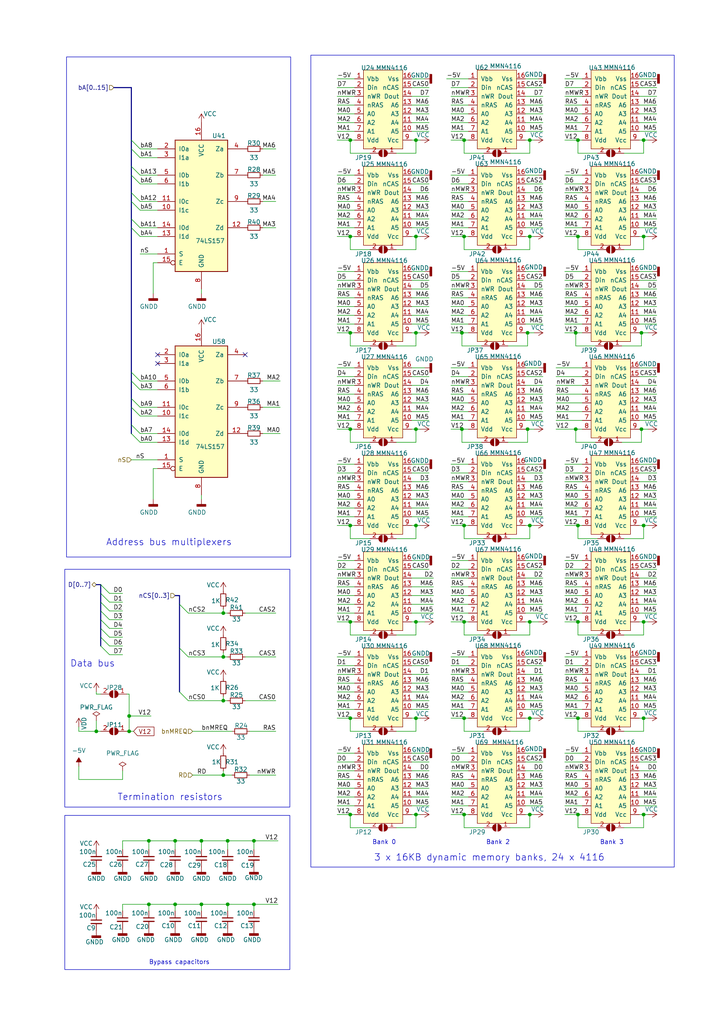
<source format=kicad_sch>
(kicad_sch (version 20230121) (generator eeschema)
  (paper "A4" portrait)
  (junction (at 167.64 152.4))
  (junction (at 101.6 180.34))
  (junction (at 134.62 208.28))
  (junction (at 153.67 236.22))
  (junction (at 134.62 68.58))
  (junction (at 153.67 180.34))
  (junction (at 64.77 177.8))
  (junction (at 58.42 262.255))
  (junction (at 101.6 68.58))
  (junction (at 101.6 236.22))
  (junction (at 37.465 207.645))
  (junction (at 120.65 152.4))
  (junction (at 120.65 96.52))
  (junction (at 153.67 208.28))
  (junction (at 186.69 40.64))
  (junction (at 153.035 96.52))
  (junction (at 153.67 68.58))
  (junction (at 120.65 180.34))
  (junction (at 153.035 124.46))
  (junction (at 64.77 203.2))
  (junction (at 64.77 224.79))
  (junction (at 37.465 212.09))
  (junction (at 101.6 124.46))
  (junction (at 101.6 152.4))
  (junction (at 73.66 262.255))
  (junction (at 73.66 243.84))
  (junction (at 50.8 262.255))
  (junction (at 133.985 96.52))
  (junction (at 101.6 40.64))
  (junction (at 120.65 208.28))
  (junction (at 50.8 243.84))
  (junction (at 27.94 212.09))
  (junction (at 120.65 40.64))
  (junction (at 167.005 96.52))
  (junction (at 186.055 124.46))
  (junction (at 153.67 152.4))
  (junction (at 134.62 180.34))
  (junction (at 66.04 243.84))
  (junction (at 153.67 40.64))
  (junction (at 167.64 40.64))
  (junction (at 186.69 208.28))
  (junction (at 133.985 124.46))
  (junction (at 66.04 262.255))
  (junction (at 186.69 152.4))
  (junction (at 186.055 96.52))
  (junction (at 134.62 236.22))
  (junction (at 64.77 190.5))
  (junction (at 167.64 208.28))
  (junction (at 167.64 68.58))
  (junction (at 101.6 96.52))
  (junction (at 43.18 243.84))
  (junction (at 186.69 68.58))
  (junction (at 167.005 124.46))
  (junction (at 167.64 180.34))
  (junction (at 120.65 124.46))
  (junction (at 58.42 243.84))
  (junction (at 101.6 208.28))
  (junction (at 167.64 236.22))
  (junction (at 134.62 40.64))
  (junction (at 120.65 68.58))
  (junction (at 120.65 236.22))
  (junction (at 134.62 152.4))
  (junction (at 43.18 262.255))
  (junction (at 186.69 236.22))
  (junction (at 186.69 180.34))
  (no_connect (at 71.12 102.87))
  (no_connect (at 45.72 105.41))
  (no_connect (at 45.72 102.87))
  (bus_entry (at 38.1 40.64) (size 2.54 2.54))
  (bus_entry (at 29.21 174.625) (size 2.54 2.54))
  (bus_entry (at 38.1 48.26) (size 2.54 2.54))
  (bus_entry (at 38.1 50.8) (size 2.54 2.54))
  (bus_entry (at 38.1 110.49) (size 2.54 2.54))
  (bus_entry (at 38.1 66.04) (size 2.54 2.54))
  (bus_entry (at 29.21 184.785) (size 2.54 2.54))
  (bus_entry (at 38.1 125.73) (size 2.54 2.54))
  (bus_entry (at 29.21 179.705) (size 2.54 2.54))
  (bus_entry (at 52.07 200.66) (size 2.54 2.54))
  (bus_entry (at 52.07 175.26) (size 2.54 2.54))
  (bus_entry (at 38.1 123.19) (size 2.54 2.54))
  (bus_entry (at 29.21 177.165) (size 2.54 2.54))
  (bus_entry (at 38.1 43.18) (size 2.54 2.54))
  (bus_entry (at 29.21 187.325) (size 2.54 2.54))
  (bus_entry (at 29.21 172.085) (size 2.54 2.54))
  (bus_entry (at 38.1 115.57) (size 2.54 2.54))
  (bus_entry (at 38.1 118.11) (size 2.54 2.54))
  (bus_entry (at 29.21 182.245) (size 2.54 2.54))
  (bus_entry (at 38.1 63.5) (size 2.54 2.54))
  (bus_entry (at 38.1 107.95) (size 2.54 2.54))
  (bus_entry (at 29.21 169.545) (size 2.54 2.54))
  (bus_entry (at 38.1 58.42) (size 2.54 2.54))
  (bus_entry (at 38.1 55.88) (size 2.54 2.54))
  (bus_entry (at 52.07 187.96) (size 2.54 2.54))
  (wire (pts (xy 130.81 226.06) (xy 135.89 226.06)))
  (wire (pts (xy 101.6 128.27) (xy 101.6 124.46)))
  (wire (pts (xy 130.81 30.48) (xy 135.89 30.48)))
  (wire (pts (xy 107.315 212.09) (xy 101.6 212.09)))
  (wire (pts (xy 97.79 167.64) (xy 102.87 167.64)))
  (wire (pts (xy 185.42 40.64) (xy 186.69 40.64)))
  (wire (pts (xy 73.66 243.84) (xy 73.66 246.38)))
  (wire (pts (xy 35.56 262.255) (xy 43.18 262.255)))
  (wire (pts (xy 130.81 177.8) (xy 135.89 177.8)))
  (wire (pts (xy 152.4 83.82) (xy 157.48 83.82)))
  (wire (pts (xy 153.035 100.33) (xy 147.32 100.33)))
  (wire (pts (xy 45.72 60.96) (xy 40.64 60.96)))
  (bus (pts (xy 38.1 115.57) (xy 38.1 118.11)))
  (wire (pts (xy 97.79 88.9) (xy 102.87 88.9)))
  (wire (pts (xy 134.62 44.45) (xy 140.335 44.45)))
  (wire (pts (xy 97.79 193.04) (xy 102.87 193.04)))
  (wire (pts (xy 163.83 27.94) (xy 168.91 27.94)))
  (wire (pts (xy 54.61 177.8) (xy 64.77 177.8)))
  (wire (pts (xy 45.72 113.03) (xy 40.64 113.03)))
  (wire (pts (xy 101.6 152.4) (xy 102.87 152.4)))
  (wire (pts (xy 101.6 236.22) (xy 102.87 236.22)))
  (wire (pts (xy 130.81 109.22) (xy 135.89 109.22)))
  (wire (pts (xy 71.12 203.2) (xy 80.01 203.2)))
  (wire (pts (xy 156.21 78.74) (xy 152.4 78.74)))
  (wire (pts (xy 156.21 22.86) (xy 152.4 22.86)))
  (wire (pts (xy 152.4 231.14) (xy 157.48 231.14)))
  (wire (pts (xy 31.75 187.325) (xy 35.56 187.325)))
  (wire (pts (xy 120.65 152.4) (xy 121.92 152.4)))
  (wire (pts (xy 185.42 180.34) (xy 186.69 180.34)))
  (wire (pts (xy 130.81 193.04) (xy 135.89 193.04)))
  (wire (pts (xy 163.83 81.28) (xy 168.91 81.28)))
  (wire (pts (xy 152.4 30.48) (xy 157.48 30.48)))
  (wire (pts (xy 119.38 195.58) (xy 124.46 195.58)))
  (wire (pts (xy 130.81 208.28) (xy 134.62 208.28)))
  (wire (pts (xy 97.79 139.7) (xy 102.87 139.7)))
  (wire (pts (xy 167.005 124.46) (xy 168.91 124.46)))
  (wire (pts (xy 161.29 119.38) (xy 168.91 119.38)))
  (wire (pts (xy 163.83 208.28) (xy 167.64 208.28)))
  (wire (pts (xy 64.77 203.2) (xy 66.04 203.2)))
  (wire (pts (xy 185.42 137.16) (xy 190.5 137.16)))
  (wire (pts (xy 119.38 88.9) (xy 124.46 88.9)))
  (wire (pts (xy 152.4 86.36) (xy 157.48 86.36)))
  (wire (pts (xy 153.035 96.52) (xy 153.035 100.33)))
  (wire (pts (xy 35.56 223.52) (xy 35.56 226.06)))
  (wire (pts (xy 35.56 243.84) (xy 43.18 243.84)))
  (wire (pts (xy 130.81 114.3) (xy 135.89 114.3)))
  (wire (pts (xy 120.65 236.22) (xy 121.92 236.22)))
  (wire (pts (xy 114.935 44.45) (xy 120.65 44.45)))
  (wire (pts (xy 185.42 33.02) (xy 190.5 33.02)))
  (wire (pts (xy 152.4 109.22) (xy 157.48 109.22)))
  (wire (pts (xy 161.29 121.92) (xy 168.91 121.92)))
  (wire (pts (xy 134.62 208.28) (xy 135.89 208.28)))
  (wire (pts (xy 64.77 223.52) (xy 64.77 224.79)))
  (wire (pts (xy 130.81 33.02) (xy 135.89 33.02)))
  (wire (pts (xy 152.4 198.12) (xy 157.48 198.12)))
  (wire (pts (xy 185.42 114.3) (xy 190.5 114.3)))
  (wire (pts (xy 134.62 180.34) (xy 135.89 180.34)))
  (wire (pts (xy 163.83 93.98) (xy 168.91 93.98)))
  (wire (pts (xy 101.6 208.28) (xy 102.87 208.28)))
  (wire (pts (xy 152.4 147.32) (xy 157.48 147.32)))
  (wire (pts (xy 163.83 68.58) (xy 167.64 68.58)))
  (wire (pts (xy 134.62 236.22) (xy 134.62 240.03)))
  (wire (pts (xy 31.75 184.785) (xy 35.56 184.785)))
  (wire (pts (xy 101.6 156.21) (xy 101.6 152.4)))
  (wire (pts (xy 130.81 121.92) (xy 135.89 121.92)))
  (wire (pts (xy 97.79 208.28) (xy 101.6 208.28)))
  (wire (pts (xy 161.29 124.46) (xy 167.005 124.46)))
  (wire (pts (xy 130.81 116.84) (xy 135.89 116.84)))
  (wire (pts (xy 97.79 27.94) (xy 102.87 27.94)))
  (wire (pts (xy 134.62 72.39) (xy 140.335 72.39)))
  (wire (pts (xy 167.64 208.28) (xy 167.64 212.09)))
  (wire (pts (xy 186.69 236.22) (xy 186.69 240.03)))
  (bus (pts (xy 29.21 184.785) (xy 29.21 187.325)))
  (wire (pts (xy 97.79 78.74) (xy 102.87 78.74)))
  (wire (pts (xy 134.62 212.09) (xy 140.335 212.09)))
  (wire (pts (xy 120.65 100.33) (xy 120.65 96.52)))
  (wire (pts (xy 186.055 128.27) (xy 180.34 128.27)))
  (wire (pts (xy 97.79 63.5) (xy 102.87 63.5)))
  (wire (pts (xy 163.83 198.12) (xy 168.91 198.12)))
  (wire (pts (xy 152.4 180.34) (xy 153.67 180.34)))
  (wire (pts (xy 186.69 40.64) (xy 186.69 44.45)))
  (wire (pts (xy 189.23 190.5) (xy 185.42 190.5)))
  (wire (pts (xy 97.79 25.4) (xy 102.87 25.4)))
  (wire (pts (xy 40.64 125.73) (xy 45.72 125.73)))
  (wire (pts (xy 185.42 223.52) (xy 190.5 223.52)))
  (wire (pts (xy 43.18 243.84) (xy 43.18 246.38)))
  (wire (pts (xy 130.81 139.7) (xy 135.89 139.7)))
  (wire (pts (xy 152.4 40.64) (xy 153.67 40.64)))
  (wire (pts (xy 129.54 22.86) (xy 135.89 22.86)))
  (wire (pts (xy 120.65 156.21) (xy 120.65 152.4)))
  (wire (pts (xy 153.67 240.03) (xy 147.955 240.03)))
  (wire (pts (xy 185.42 63.5) (xy 190.5 63.5)))
  (wire (pts (xy 50.8 243.84) (xy 58.42 243.84)))
  (wire (pts (xy 101.6 40.64) (xy 102.87 40.64)))
  (wire (pts (xy 97.79 180.34) (xy 101.6 180.34)))
  (wire (pts (xy 36.83 212.09) (xy 37.465 212.09)))
  (wire (pts (xy 119.38 149.86) (xy 124.46 149.86)))
  (wire (pts (xy 130.81 231.14) (xy 135.89 231.14)))
  (wire (pts (xy 119.38 30.48) (xy 124.46 30.48)))
  (wire (pts (xy 130.81 38.1) (xy 135.89 38.1)))
  (wire (pts (xy 185.42 205.74) (xy 190.5 205.74)))
  (wire (pts (xy 119.38 226.06) (xy 124.46 226.06)))
  (wire (pts (xy 152.4 55.88) (xy 157.48 55.88)))
  (wire (pts (xy 114.935 212.09) (xy 120.65 212.09)))
  (wire (pts (xy 163.83 38.1) (xy 168.91 38.1)))
  (wire (pts (xy 153.035 124.46) (xy 153.035 128.27)))
  (wire (pts (xy 185.42 30.48) (xy 190.5 30.48)))
  (wire (pts (xy 66.04 243.84) (xy 66.04 246.38)))
  (wire (pts (xy 27.94 200.66) (xy 27.94 201.295)))
  (wire (pts (xy 97.79 114.3) (xy 102.87 114.3)))
  (wire (pts (xy 119.38 172.72) (xy 125.73 172.72)))
  (wire (pts (xy 163.83 236.22) (xy 167.64 236.22)))
  (wire (pts (xy 153.67 208.28) (xy 153.67 212.09)))
  (wire (pts (xy 58.42 143.51) (xy 58.42 144.78)))
  (wire (pts (xy 163.83 60.96) (xy 168.91 60.96)))
  (wire (pts (xy 134.62 40.64) (xy 134.62 44.45)))
  (wire (pts (xy 152.4 121.92) (xy 157.48 121.92)))
  (wire (pts (xy 185.42 193.04) (xy 190.5 193.04)))
  (wire (pts (xy 163.83 96.52) (xy 167.005 96.52)))
  (wire (pts (xy 123.19 22.86) (xy 119.38 22.86)))
  (wire (pts (xy 37.465 207.645) (xy 37.465 212.09)))
  (wire (pts (xy 73.66 262.255) (xy 80.645 262.255)))
  (wire (pts (xy 130.81 111.76) (xy 135.89 111.76)))
  (wire (pts (xy 167.005 100.33) (xy 172.72 100.33)))
  (wire (pts (xy 119.38 40.64) (xy 120.65 40.64)))
  (wire (pts (xy 163.83 30.48) (xy 168.91 30.48)))
  (wire (pts (xy 31.75 182.245) (xy 35.56 182.245)))
  (wire (pts (xy 152.4 233.68) (xy 157.48 233.68)))
  (wire (pts (xy 163.83 200.66) (xy 168.91 200.66)))
  (wire (pts (xy 163.83 53.34) (xy 168.91 53.34)))
  (wire (pts (xy 134.62 156.21) (xy 140.335 156.21)))
  (wire (pts (xy 152.4 91.44) (xy 157.48 91.44)))
  (wire (pts (xy 119.38 144.78) (xy 124.46 144.78)))
  (wire (pts (xy 167.005 96.52) (xy 167.005 100.33)))
  (wire (pts (xy 119.38 63.5) (xy 124.46 63.5)))
  (wire (pts (xy 107.315 128.27) (xy 101.6 128.27)))
  (wire (pts (xy 119.38 139.7) (xy 124.46 139.7)))
  (wire (pts (xy 163.83 228.6) (xy 168.91 228.6)))
  (wire (pts (xy 163.83 78.74) (xy 168.91 78.74)))
  (wire (pts (xy 153.67 40.64) (xy 154.94 40.64)))
  (wire (pts (xy 152.4 25.4) (xy 157.48 25.4)))
  (wire (pts (xy 35.56 246.38) (xy 35.56 243.84)))
  (wire (pts (xy 119.38 116.84) (xy 124.46 116.84)))
  (wire (pts (xy 161.29 106.68) (xy 168.91 106.68)))
  (wire (pts (xy 27.94 212.09) (xy 29.21 212.09)))
  (wire (pts (xy 119.38 152.4) (xy 120.65 152.4)))
  (wire (pts (xy 185.42 236.22) (xy 186.69 236.22)))
  (wire (pts (xy 97.79 66.04) (xy 102.87 66.04)))
  (wire (pts (xy 97.79 60.96) (xy 102.87 60.96)))
  (wire (pts (xy 73.66 243.84) (xy 80.645 243.84)))
  (wire (pts (xy 97.79 162.56) (xy 102.87 162.56)))
  (wire (pts (xy 97.79 55.88) (xy 102.87 55.88)))
  (wire (pts (xy 133.985 128.27) (xy 139.7 128.27)))
  (wire (pts (xy 163.83 22.86) (xy 168.91 22.86)))
  (wire (pts (xy 107.315 100.33) (xy 101.6 100.33)))
  (wire (pts (xy 130.81 55.88) (xy 135.89 55.88)))
  (wire (pts (xy 152.4 172.72) (xy 157.48 172.72)))
  (wire (pts (xy 97.79 30.48) (xy 102.87 30.48)))
  (bus (pts (xy 52.07 172.72) (xy 52.07 175.26)))
  (wire (pts (xy 97.79 134.62) (xy 102.87 134.62)))
  (wire (pts (xy 163.83 134.62) (xy 168.91 134.62)))
  (wire (pts (xy 97.79 116.84) (xy 102.87 116.84)))
  (bus (pts (xy 29.21 172.085) (xy 29.21 174.625)))
  (wire (pts (xy 31.75 179.705) (xy 35.56 179.705)))
  (wire (pts (xy 130.81 167.64) (xy 135.89 167.64)))
  (wire (pts (xy 45.72 50.8) (xy 40.64 50.8)))
  (wire (pts (xy 163.83 180.34) (xy 167.64 180.34)))
  (wire (pts (xy 152.4 220.98) (xy 157.48 220.98)))
  (wire (pts (xy 97.79 200.66) (xy 102.87 200.66)))
  (wire (pts (xy 119.38 165.1) (xy 124.46 165.1)))
  (bus (pts (xy 38.1 58.42) (xy 38.1 55.88)))
  (wire (pts (xy 119.38 91.44) (xy 124.46 91.44)))
  (wire (pts (xy 130.81 58.42) (xy 135.89 58.42)))
  (wire (pts (xy 152.4 33.02) (xy 157.48 33.02)))
  (wire (pts (xy 45.72 76.2) (xy 44.45 76.2)))
  (wire (pts (xy 64.77 189.23) (xy 64.77 190.5)))
  (wire (pts (xy 163.83 35.56) (xy 168.91 35.56)))
  (wire (pts (xy 163.83 162.56) (xy 168.91 162.56)))
  (wire (pts (xy 66.04 243.84) (xy 73.66 243.84)))
  (wire (pts (xy 163.83 177.8) (xy 168.91 177.8)))
  (wire (pts (xy 152.4 193.04) (xy 157.48 193.04)))
  (wire (pts (xy 58.42 243.84) (xy 58.42 246.38)))
  (wire (pts (xy 120.65 68.58) (xy 121.92 68.58)))
  (wire (pts (xy 153.035 128.27) (xy 147.32 128.27)))
  (bus (pts (xy 52.07 175.26) (xy 52.07 187.96)))
  (wire (pts (xy 152.4 66.04) (xy 157.48 66.04)))
  (wire (pts (xy 185.42 86.36) (xy 190.5 86.36)))
  (wire (pts (xy 130.81 93.98) (xy 135.89 93.98)))
  (wire (pts (xy 76.2 43.18) (xy 80.01 43.18)))
  (wire (pts (xy 76.2 118.11) (xy 81.28 118.11)))
  (wire (pts (xy 186.69 72.39) (xy 180.975 72.39)))
  (wire (pts (xy 130.81 83.82) (xy 135.89 83.82)))
  (wire (pts (xy 130.81 81.28) (xy 135.89 81.28)))
  (wire (pts (xy 64.77 201.93) (xy 64.77 203.2)))
  (wire (pts (xy 153.67 236.22) (xy 153.67 240.03)))
  (wire (pts (xy 152.4 208.28) (xy 153.67 208.28)))
  (wire (pts (xy 130.81 228.6) (xy 135.89 228.6)))
  (wire (pts (xy 64.77 224.79) (xy 67.31 224.79)))
  (wire (pts (xy 114.935 100.33) (xy 120.65 100.33)))
  (wire (pts (xy 97.79 119.38) (xy 102.87 119.38)))
  (wire (pts (xy 76.2 50.8) (xy 80.01 50.8)))
  (wire (pts (xy 130.81 53.34) (xy 135.89 53.34)))
  (wire (pts (xy 186.055 96.52) (xy 187.96 96.52)))
  (wire (pts (xy 119.38 114.3) (xy 124.46 114.3)))
  (wire (pts (xy 130.81 25.4) (xy 135.89 25.4)))
  (bus (pts (xy 38.1 63.5) (xy 38.1 66.04)))
  (wire (pts (xy 167.64 68.58) (xy 167.64 72.39)))
  (wire (pts (xy 153.67 184.15) (xy 147.955 184.15)))
  (wire (pts (xy 76.2 66.04) (xy 80.01 66.04)))
  (wire (pts (xy 119.38 33.02) (xy 124.46 33.02)))
  (wire (pts (xy 97.79 236.22) (xy 101.6 236.22)))
  (wire (pts (xy 163.83 193.04) (xy 168.91 193.04)))
  (wire (pts (xy 31.75 174.625) (xy 35.56 174.625)))
  (wire (pts (xy 163.83 149.86) (xy 168.91 149.86)))
  (wire (pts (xy 107.315 156.21) (xy 101.6 156.21)))
  (wire (pts (xy 64.77 176.53) (xy 64.77 177.8)))
  (wire (pts (xy 185.42 139.7) (xy 190.5 139.7)))
  (wire (pts (xy 134.62 208.28) (xy 134.62 212.09)))
  (wire (pts (xy 185.42 55.88) (xy 190.5 55.88)))
  (wire (pts (xy 130.81 40.64) (xy 134.62 40.64)))
  (wire (pts (xy 97.79 86.36) (xy 102.87 86.36)))
  (wire (pts (xy 189.23 162.56) (xy 185.42 162.56)))
  (wire (pts (xy 71.12 177.8) (xy 80.01 177.8)))
  (wire (pts (xy 134.62 152.4) (xy 134.62 156.21)))
  (wire (pts (xy 152.4 236.22) (xy 153.67 236.22)))
  (wire (pts (xy 101.6 68.58) (xy 102.87 68.58)))
  (wire (pts (xy 130.81 119.38) (xy 135.89 119.38)))
  (wire (pts (xy 101.6 212.09) (xy 101.6 208.28)))
  (wire (pts (xy 153.67 236.22) (xy 154.94 236.22)))
  (wire (pts (xy 185.42 88.9) (xy 190.5 88.9)))
  (wire (pts (xy 163.83 165.1) (xy 168.91 165.1)))
  (wire (pts (xy 97.79 35.56) (xy 102.87 35.56)))
  (wire (pts (xy 152.4 228.6) (xy 157.48 228.6)))
  (wire (pts (xy 186.69 184.15) (xy 180.975 184.15)))
  (wire (pts (xy 97.79 22.86) (xy 102.87 22.86)))
  (bus (pts (xy 38.1 55.88) (xy 38.1 50.8)))
  (wire (pts (xy 120.65 40.64) (xy 121.92 40.64)))
  (wire (pts (xy 133.985 100.33) (xy 139.7 100.33)))
  (wire (pts (xy 130.81 137.16) (xy 135.89 137.16)))
  (wire (pts (xy 152.4 38.1) (xy 157.48 38.1)))
  (wire (pts (xy 130.81 134.62) (xy 135.89 134.62)))
  (wire (pts (xy 152.4 144.78) (xy 157.48 144.78)))
  (wire (pts (xy 167.64 240.03) (xy 173.355 240.03)))
  (bus (pts (xy 38.1 63.5) (xy 38.1 58.42)))
  (wire (pts (xy 185.42 134.62) (xy 189.23 134.62)))
  (wire (pts (xy 119.38 231.14) (xy 124.46 231.14)))
  (wire (pts (xy 97.79 58.42) (xy 102.87 58.42)))
  (wire (pts (xy 66.04 262.255) (xy 73.66 262.255)))
  (wire (pts (xy 167.64 180.34) (xy 168.91 180.34)))
  (wire (pts (xy 163.83 86.36) (xy 168.91 86.36)))
  (wire (pts (xy 186.69 208.28) (xy 187.96 208.28)))
  (wire (pts (xy 37.465 207.645) (xy 43.815 207.645)))
  (wire (pts (xy 97.79 111.76) (xy 102.87 111.76)))
  (wire (pts (xy 119.38 180.34) (xy 120.65 180.34)))
  (wire (pts (xy 185.42 170.18) (xy 190.5 170.18)))
  (wire (pts (xy 119.38 170.18) (xy 125.73 170.18)))
  (wire (pts (xy 152.4 137.16) (xy 157.48 137.16)))
  (wire (pts (xy 119.38 233.68) (xy 124.46 233.68)))
  (wire (pts (xy 130.81 205.74) (xy 135.89 205.74)))
  (wire (pts (xy 130.81 142.24) (xy 135.89 142.24)))
  (wire (pts (xy 27.94 201.295) (xy 29.21 201.295)))
  (wire (pts (xy 130.81 220.98) (xy 135.89 220.98)))
  (wire (pts (xy 119.38 93.98) (xy 124.46 93.98)))
  (wire (pts (xy 134.62 240.03) (xy 140.335 240.03)))
  (wire (pts (xy 114.935 72.39) (xy 120.65 72.39)))
  (wire (pts (xy 163.83 139.7) (xy 168.91 139.7)))
  (wire (pts (xy 58.42 83.82) (xy 58.42 85.09)))
  (wire (pts (xy 72.39 212.09) (xy 80.01 212.09)))
  (wire (pts (xy 185.42 228.6) (xy 190.5 228.6)))
  (wire (pts (xy 130.81 63.5) (xy 135.89 63.5)))
  (wire (pts (xy 130.81 35.56) (xy 135.89 35.56)))
  (wire (pts (xy 97.79 93.98) (xy 102.87 93.98)))
  (wire (pts (xy 97.79 223.52) (xy 102.87 223.52)))
  (wire (pts (xy 153.035 124.46) (xy 154.94 124.46)))
  (wire (pts (xy 130.81 152.4) (xy 134.62 152.4)))
  (wire (pts (xy 43.18 262.255) (xy 50.8 262.255)))
  (wire (pts (xy 185.42 119.38) (xy 190.5 119.38)))
  (wire (pts (xy 163.83 233.68) (xy 168.91 233.68)))
  (wire (pts (xy 45.72 53.34) (xy 40.64 53.34)))
  (wire (pts (xy 97.79 231.14) (xy 102.87 231.14)))
  (wire (pts (xy 54.61 190.5) (xy 64.77 190.5)))
  (wire (pts (xy 153.67 72.39) (xy 147.955 72.39)))
  (wire (pts (xy 130.81 198.12) (xy 135.89 198.12)))
  (wire (pts (xy 97.79 226.06) (xy 102.87 226.06)))
  (wire (pts (xy 152.4 203.2) (xy 157.48 203.2)))
  (wire (pts (xy 119.38 137.16) (xy 124.46 137.16)))
  (wire (pts (xy 76.2 58.42) (xy 80.01 58.42)))
  (wire (pts (xy 163.83 33.02) (xy 168.91 33.02)))
  (wire (pts (xy 130.81 86.36) (xy 135.89 86.36)))
  (wire (pts (xy 130.81 170.18) (xy 135.89 170.18)))
  (wire (pts (xy 186.055 100.33) (xy 180.34 100.33)))
  (wire (pts (xy 43.18 243.84) (xy 50.8 243.84)))
  (wire (pts (xy 185.42 111.76) (xy 190.5 111.76)))
  (wire (pts (xy 186.69 180.34) (xy 187.96 180.34)))
  (wire (pts (xy 101.6 72.39) (xy 101.6 68.58)))
  (wire (pts (xy 119.38 167.64) (xy 125.73 167.64)))
  (wire (pts (xy 130.81 165.1) (xy 135.89 165.1)))
  (wire (pts (xy 161.29 109.22) (xy 168.91 109.22)))
  (wire (pts (xy 163.83 152.4) (xy 167.64 152.4)))
  (bus (pts (xy 29.21 174.625) (xy 29.21 177.165)))
  (wire (pts (xy 153.67 68.58) (xy 153.67 72.39)))
  (wire (pts (xy 27.94 208.915) (xy 27.94 212.09)))
  (wire (pts (xy 152.4 152.4) (xy 153.67 152.4)))
  (wire (pts (xy 97.79 53.34) (xy 102.87 53.34)))
  (wire (pts (xy 119.38 228.6) (xy 124.46 228.6)))
  (wire (pts (xy 119.38 177.8) (xy 125.73 177.8)))
  (wire (pts (xy 97.79 109.22) (xy 102.87 109.22)))
  (wire (pts (xy 130.81 106.68) (xy 135.89 106.68)))
  (bus (pts (xy 27.94 169.545) (xy 29.21 169.545)))
  (wire (pts (xy 35.56 264.16) (xy 35.56 262.255)))
  (wire (pts (xy 97.79 81.28) (xy 102.87 81.28)))
  (wire (pts (xy 185.42 152.4) (xy 186.69 152.4)))
  (bus (pts (xy 38.1 48.26) (xy 38.1 43.18)))
  (wire (pts (xy 31.75 189.865) (xy 35.56 189.865)))
  (wire (pts (xy 97.79 68.58) (xy 101.6 68.58)))
  (wire (pts (xy 120.65 128.27) (xy 120.65 124.46)))
  (wire (pts (xy 97.79 40.64) (xy 101.6 40.64)))
  (wire (pts (xy 152.4 170.18) (xy 157.48 170.18)))
  (wire (pts (xy 76.2 125.73) (xy 81.28 125.73)))
  (wire (pts (xy 130.81 68.58) (xy 134.62 68.58)))
  (wire (pts (xy 73.66 262.255) (xy 73.66 264.16)))
  (wire (pts (xy 123.19 218.44) (xy 119.38 218.44)))
  (wire (pts (xy 45.72 128.27) (xy 40.64 128.27)))
  (wire (pts (xy 185.42 91.44) (xy 190.5 91.44)))
  (wire (pts (xy 130.81 172.72) (xy 135.89 172.72)))
  (wire (pts (xy 167.64 236.22) (xy 168.91 236.22)))
  (wire (pts (xy 167.64 152.4) (xy 167.64 156.21)))
  (wire (pts (xy 185.42 68.58) (xy 186.69 68.58)))
  (wire (pts (xy 119.38 109.22) (xy 124.46 109.22)))
  (wire (pts (xy 185.42 53.34) (xy 190.5 53.34)))
  (wire (pts (xy 97.79 50.8) (xy 102.87 50.8)))
  (wire (pts (xy 38.735 212.09) (xy 37.465 212.09)))
  (wire (pts (xy 45.72 66.04) (xy 40.64 66.04)))
  (wire (pts (xy 123.19 190.5) (xy 119.38 190.5)))
  (wire (pts (xy 185.42 124.46) (xy 186.055 124.46)))
  (wire (pts (xy 185.42 35.56) (xy 190.5 35.56)))
  (wire (pts (xy 163.83 167.64) (xy 168.91 167.64)))
  (wire (pts (xy 167.64 40.64) (xy 168.91 40.64)))
  (bus (pts (xy 38.1 110.49) (xy 38.1 115.57)))
  (wire (pts (xy 185.42 83.82) (xy 190.5 83.82)))
  (wire (pts (xy 161.29 116.84) (xy 168.91 116.84)))
  (wire (pts (xy 152.4 165.1) (xy 157.48 165.1)))
  (wire (pts (xy 130.81 233.68) (xy 135.89 233.68)))
  (wire (pts (xy 130.81 60.96) (xy 135.89 60.96)))
  (wire (pts (xy 185.42 175.26) (xy 190.5 175.26)))
  (wire (pts (xy 167.64 68.58) (xy 168.91 68.58)))
  (wire (pts (xy 119.38 119.38) (xy 124.46 119.38)))
  (wire (pts (xy 31.75 172.085) (xy 35.56 172.085)))
  (wire (pts (xy 130.81 218.44) (xy 135.89 218.44)))
  (wire (pts (xy 185.42 38.1) (xy 190.5 38.1)))
  (wire (pts (xy 119.38 203.2) (xy 124.46 203.2)))
  (wire (pts (xy 167.64 72.39) (xy 173.355 72.39)))
  (wire (pts (xy 134.62 184.15) (xy 140.335 184.15)))
  (wire (pts (xy 130.81 175.26) (xy 135.89 175.26)))
  (wire (pts (xy 153.67 156.21) (xy 147.955 156.21)))
  (wire (pts (xy 185.42 142.24) (xy 190.5 142.24)))
  (wire (pts (xy 152.4 114.3) (xy 157.48 114.3)))
  (wire (pts (xy 186.69 68.58) (xy 186.69 72.39)))
  (wire (pts (xy 119.38 142.24) (xy 124.46 142.24)))
  (wire (pts (xy 152.4 142.24) (xy 157.48 142.24)))
  (wire (pts (xy 64.77 190.5) (xy 66.04 190.5)))
  (wire (pts (xy 185.42 81.28) (xy 190.5 81.28)))
  (wire (pts (xy 134.62 236.22) (xy 135.89 236.22)))
  (wire (pts (xy 153.67 180.34) (xy 156.21 180.34)))
  (wire (pts (xy 97.79 121.92) (xy 102.87 121.92)))
  (wire (pts (xy 119.38 205.74) (xy 124.46 205.74)))
  (wire (pts (xy 71.12 190.5) (xy 80.01 190.5)))
  (wire (pts (xy 152.4 139.7) (xy 157.48 139.7)))
  (wire (pts (xy 152.4 119.38) (xy 157.48 119.38)))
  (wire (pts (xy 152.4 167.64) (xy 157.48 167.64)))
  (wire (pts (xy 97.79 147.32) (xy 102.87 147.32)))
  (wire (pts (xy 114.935 156.21) (xy 120.65 156.21)))
  (wire (pts (xy 152.4 63.5) (xy 157.48 63.5)))
  (wire (pts (xy 120.65 124.46) (xy 121.92 124.46)))
  (wire (pts (xy 163.83 25.4) (xy 168.91 25.4)))
  (wire (pts (xy 152.4 195.58) (xy 157.48 195.58)))
  (wire (pts (xy 130.81 88.9) (xy 135.89 88.9)))
  (wire (pts (xy 97.79 83.82) (xy 102.87 83.82)))
  (wire (pts (xy 167.64 40.64) (xy 167.64 44.45)))
  (wire (pts (xy 185.42 208.28) (xy 186.69 208.28)))
  (wire (pts (xy 167.64 44.45) (xy 173.355 44.45)))
  (wire (pts (xy 130.81 162.56) (xy 135.89 162.56)))
  (wire (pts (xy 185.42 96.52) (xy 186.055 96.52)))
  (wire (pts (xy 97.79 177.8) (xy 102.87 177.8)))
  (wire (pts (xy 58.42 262.255) (xy 58.42 264.16)))
  (wire (pts (xy 22.86 226.06) (xy 35.56 226.06)))
  (wire (pts (xy 163.83 66.04) (xy 168.91 66.04)))
  (wire (pts (xy 167.64 156.21) (xy 173.355 156.21)))
  (wire (pts (xy 119.38 198.12) (xy 124.46 198.12)))
  (wire (pts (xy 119.38 66.04) (xy 124.46 66.04)))
  (wire (pts (xy 119.38 223.52) (xy 124.46 223.52)))
  (wire (pts (xy 152.4 175.26) (xy 157.48 175.26)))
  (wire (pts (xy 119.38 121.92) (xy 124.46 121.92)))
  (wire (pts (xy 153.67 40.64) (xy 153.67 44.45)))
  (wire (pts (xy 119.38 60.96) (xy 124.46 60.96)))
  (wire (pts (xy 186.69 236.22) (xy 187.96 236.22)))
  (wire (pts (xy 107.315 184.15) (xy 101.6 184.15)))
  (wire (pts (xy 152.4 35.56) (xy 157.48 35.56)))
  (wire (pts (xy 163.83 190.5) (xy 168.91 190.5)))
  (wire (pts (xy 97.79 218.44) (xy 102.87 218.44)))
  (wire (pts (xy 185.42 116.84) (xy 190.5 116.84)))
  (wire (pts (xy 22.86 210.82) (xy 22.86 212.09)))
  (wire (pts (xy 185.42 165.1) (xy 190.5 165.1)))
  (wire (pts (xy 163.83 170.18) (xy 168.91 170.18)))
  (wire (pts (xy 156.21 50.8) (xy 152.4 50.8)))
  (wire (pts (xy 22.86 212.09) (xy 27.94 212.09)))
  (wire (pts (xy 185.42 200.66) (xy 190.5 200.66)))
  (wire (pts (xy 185.42 58.42) (xy 190.5 58.42)))
  (wire (pts (xy 97.79 106.68) (xy 102.87 106.68)))
  (bus (pts (xy 29.21 182.245) (xy 29.21 184.785)))
  (wire (pts (xy 185.42 121.92) (xy 190.5 121.92)))
  (wire (pts (xy 50.8 262.255) (xy 58.42 262.255)))
  (wire (pts (xy 114.935 184.15) (xy 120.65 184.15)))
  (wire (pts (xy 119.38 147.32) (xy 124.46 147.32)))
  (bus (pts (xy 29.21 179.705) (xy 29.21 182.245)))
  (wire (pts (xy 134.62 40.64) (xy 135.89 40.64)))
  (wire (pts (xy 130.81 144.78) (xy 135.89 144.78)))
  (wire (pts (xy 45.72 135.89) (xy 44.45 135.89)))
  (wire (pts (xy 134.62 152.4) (xy 135.89 152.4)))
  (wire (pts (xy 134.62 180.34) (xy 134.62 184.15)))
  (wire (pts (xy 152.4 205.74) (xy 157.48 205.74)))
  (wire (pts (xy 119.38 111.76) (xy 124.46 111.76)))
  (wire (pts (xy 163.83 195.58) (xy 168.91 195.58)))
  (wire (pts (xy 101.6 236.22) (xy 101.6 240.03)))
  (wire (pts (xy 120.65 72.39) (xy 120.65 68.58)))
  (wire (pts (xy 163.83 220.98) (xy 168.91 220.98)))
  (wire (pts (xy 186.055 124.46) (xy 186.055 128.27)))
  (wire (pts (xy 133.985 124.46) (xy 133.985 128.27)))
  (wire (pts (xy 54.61 203.2) (xy 64.77 203.2)))
  (wire (pts (xy 130.81 180.34) (xy 134.62 180.34)))
  (wire (pts (xy 185.42 226.06) (xy 190.5 226.06)))
  (wire (pts (xy 130.81 149.86) (xy 135.89 149.86)))
  (wire (pts (xy 189.23 22.86) (xy 185.42 22.86)))
  (wire (pts (xy 72.39 224.79) (xy 80.01 224.79)))
  (wire (pts (xy 97.79 38.1) (xy 102.87 38.1)))
  (wire (pts (xy 185.42 195.58) (xy 190.5 195.58)))
  (wire (pts (xy 185.42 220.98) (xy 190.5 220.98)))
  (wire (pts (xy 43.18 262.255) (xy 43.18 264.16)))
  (wire (pts (xy 163.83 58.42) (xy 168.91 58.42)))
  (bus (pts (xy 52.07 187.96) (xy 52.07 200.66)))
  (wire (pts (xy 152.4 116.84) (xy 157.48 116.84)))
  (wire (pts (xy 185.42 60.96) (xy 190.5 60.96)))
  (wire (pts (xy 186.69 68.58) (xy 187.96 68.58)))
  (wire (pts (xy 97.79 91.44) (xy 102.87 91.44)))
  (wire (pts (xy 97.79 220.98) (xy 102.87 220.98)))
  (wire (pts (xy 130.81 91.44) (xy 135.89 91.44)))
  (wire (pts (xy 40.64 73.66) (xy 45.72 73.66)))
  (wire (pts (xy 163.83 142.24) (xy 168.91 142.24)))
  (wire (pts (xy 185.42 231.14) (xy 190.5 231.14)))
  (wire (pts (xy 120.65 240.03) (xy 114.935 240.03)))
  (wire (pts (xy 45.72 45.72) (xy 40.64 45.72)))
  (wire (pts (xy 130.81 223.52) (xy 135.89 223.52)))
  (wire (pts (xy 97.79 233.68) (xy 102.87 233.68)))
  (wire (pts (xy 186.055 96.52) (xy 186.055 100.33)))
  (wire (pts (xy 101.6 44.45) (xy 101.6 40.64)))
  (wire (pts (xy 186.69 44.45) (xy 180.975 44.45)))
  (wire (pts (xy 119.38 25.4) (xy 124.46 25.4)))
  (wire (pts (xy 153.67 152.4) (xy 153.67 156.21)))
  (wire (pts (xy 119.38 236.22) (xy 120.65 236.22)))
  (wire (pts (xy 130.81 66.04) (xy 135.89 66.04)))
  (wire (pts (xy 45.72 118.11) (xy 40.64 118.11)))
  (wire (pts (xy 55.88 212.09) (xy 67.31 212.09)))
  (wire (pts (xy 163.83 55.88) (xy 168.91 55.88)))
  (wire (pts (xy 97.79 190.5) (xy 102.87 190.5)))
  (wire (pts (xy 185.42 203.2) (xy 190.5 203.2)))
  (wire (pts (xy 152.4 93.98) (xy 157.48 93.98)))
  (bus (pts (xy 29.21 177.165) (xy 29.21 179.705)))
  (wire (pts (xy 120.65 184.15) (xy 120.65 180.34)))
  (wire (pts (xy 130.81 27.94) (xy 135.89 27.94)))
  (wire (pts (xy 119.38 86.36) (xy 124.46 86.36)))
  (wire (pts (xy 97.79 203.2) (xy 102.87 203.2)))
  (wire (pts (xy 153.67 44.45) (xy 147.955 44.45)))
  (wire (pts (xy 189.23 218.44) (xy 185.42 218.44)))
  (wire (pts (xy 101.6 96.52) (xy 102.87 96.52)))
  (wire (pts (xy 123.19 78.74) (xy 119.38 78.74)))
  (wire (pts (xy 120.65 180.34) (xy 123.19 180.34)))
  (wire (pts (xy 186.69 212.09) (xy 180.975 212.09)))
  (wire (pts (xy 97.79 96.52) (xy 101.6 96.52)))
  (wire (pts (xy 38.1 133.35) (xy 45.72 133.35)))
  (wire (pts (xy 186.69 180.34) (xy 186.69 184.15)))
  (wire (pts (xy 156.21 106.68) (xy 152.4 106.68)))
  (wire (pts (xy 119.38 124.46) (xy 120.65 124.46)))
  (wire (pts (xy 64.77 177.8) (xy 66.04 177.8)))
  (wire (pts (xy 167.64 208.28) (xy 168.91 208.28)))
  (wire (pts (xy 101.6 240.03) (xy 107.315 240.03)))
  (wire (pts (xy 186.69 156.21) (xy 180.975 156.21)))
  (wire (pts (xy 119.38 81.28) (xy 124.46 81.28)))
  (wire (pts (xy 185.42 198.12) (xy 190.5 198.12)))
  (wire (pts (xy 119.38 58.42) (xy 124.46 58.42)))
  (wire (pts (xy 163.83 50.8) (xy 168.91 50.8)))
  (wire (pts (xy 152.4 149.86) (xy 157.48 149.86)))
  (wire (pts (xy 153.67 180.34) (xy 153.67 184.15)))
  (wire (pts (xy 152.4 177.8) (xy 157.48 177.8)))
  (wire (pts (xy 167.64 212.09) (xy 173.355 212.09)))
  (wire (pts (xy 156.21 190.5) (xy 152.4 190.5)))
  (wire (pts (xy 97.79 198.12) (xy 102.87 198.12)))
  (wire (pts (xy 76.2 110.49) (xy 81.28 110.49)))
  (wire (pts (xy 45.72 110.49) (xy 40.64 110.49)))
  (wire (pts (xy 97.79 33.02) (xy 102.87 33.02)))
  (wire (pts (xy 152.4 134.62) (xy 156.21 134.62)))
  (wire (pts (xy 163.83 205.74) (xy 168.91 205.74)))
  (wire (pts (xy 119.38 200.66) (xy 124.46 200.66)))
  (wire (pts (xy 185.42 147.32) (xy 190.5 147.32)))
  (wire (pts (xy 163.83 88.9) (xy 168.91 88.9)))
  (wire (pts (xy 119.38 175.26) (xy 125.73 175.26)))
  (wire (pts (xy 185.42 167.64) (xy 190.5 167.64)))
  (wire (pts (xy 152.4 58.42) (xy 157.48 58.42)))
  (wire (pts (xy 133.985 96.52) (xy 133.985 100.33)))
  (wire (pts (xy 120.65 208.28) (xy 121.92 208.28)))
  (wire (pts (xy 152.4 81.28) (xy 157.48 81.28)))
  (wire (pts (xy 153.67 208.28) (xy 154.94 208.28)))
  (wire (pts (xy 97.79 175.26) (xy 102.87 175.26)))
  (wire (pts (xy 156.21 218.44) (xy 152.4 218.44)))
  (wire (pts (xy 163.83 226.06) (xy 168.91 226.06)))
  (wire (pts (xy 133.985 96.52) (xy 135.89 96.52)))
  (wire (pts (xy 152.4 96.52) (xy 153.035 96.52)))
  (wire (pts (xy 163.83 231.14) (xy 168.91 231.14)))
  (wire (pts (xy 167.005 128.27) (xy 172.72 128.27)))
  (wire (pts (xy 119.38 193.04) (xy 124.46 193.04)))
  (wire (pts (xy 119.38 55.88) (xy 124.46 55.88)))
  (wire (pts (xy 186.69 152.4) (xy 186.69 156.21)))
  (wire (pts (xy 107.315 72.39) (xy 101.6 72.39)))
  (wire (pts (xy 163.83 83.82) (xy 168.91 83.82)))
  (wire (pts (xy 186.69 240.03) (xy 180.975 240.03)))
  (wire (pts (xy 152.4 200.66) (xy 157.48 200.66)))
  (wire (pts (xy 153.67 212.09) (xy 147.955 212.09)))
  (wire (pts (xy 50.8 243.84) (xy 50.8 246.38)))
  (wire (pts (xy 107.315 44.45) (xy 101.6 44.45)))
  (wire (pts (xy 45.72 68.58) (xy 40.64 68.58)))
  (wire (pts (xy 167.64 152.4) (xy 168.91 152.4)))
  (wire (pts (xy 22.86 222.25) (xy 22.86 226.06)))
  (wire (pts (xy 97.79 172.72) (xy 102.87 172.72)))
  (wire (pts (xy 186.69 152.4) (xy 187.96 152.4)))
  (wire (pts (xy 123.19 106.68) (xy 119.38 106.68)))
  (bus (pts (xy 38.1 50.8) (xy 38.1 48.26)))
  (bus (pts (xy 29.21 169.545) (xy 29.21 172.085)))
  (wire (pts (xy 189.23 78.74) (xy 185.42 78.74)))
  (wire (pts (xy 185.42 25.4) (xy 190.5 25.4)))
  (wire (pts (xy 152.4 68.58) (xy 153.67 68.58)))
  (wire (pts (xy 123.19 162.56) (xy 119.38 162.56)))
  (wire (pts (xy 58.42 243.84) (xy 66.04 243.84)))
  (wire (pts (xy 97.79 205.74) (xy 102.87 205.74)))
  (wire (pts (xy 163.83 203.2) (xy 168.91 203.2)))
  (wire (pts (xy 119.38 27.94) (xy 124.46 27.94)))
  (wire (pts (xy 152.4 111.76) (xy 157.48 111.76)))
  (wire (pts (xy 163.83 144.78) (xy 168.91 144.78)))
  (wire (pts (xy 97.79 124.46) (xy 101.6 124.46)))
  (wire (pts (xy 66.04 262.255) (xy 66.04 264.16)))
  (wire (pts (xy 167.64 236.22) (xy 167.64 240.03)))
  (wire (pts (xy 163.83 63.5) (xy 168.91 63.5)))
  (wire (pts (xy 55.88 224.79) (xy 64.77 224.79)))
  (wire (pts (xy 153.67 152.4) (xy 154.94 152.4)))
  (wire (pts (xy 119.38 68.58) (xy 120.65 68.58)))
  (wire (pts (xy 163.83 137.16) (xy 168.91 137.16)))
  (wire (pts (xy 134.62 68.58) (xy 134.62 72.39)))
  (wire (pts (xy 120.65 212.09) (xy 120.65 208.28)))
  (bus (pts (xy 33.02 25.4) (xy 38.1 25.4)))
  (wire (pts (xy 120.65 236.22) (xy 120.65 240.03)))
  (wire (pts (xy 97.79 152.4) (xy 101.6 152.4)))
  (wire (pts (xy 97.79 144.78) (xy 102.87 144.78)))
  (wire (pts (xy 161.29 111.76) (xy 168.91 111.76)))
  (wire (pts (xy 120.65 96.52) (xy 121.92 96.52)))
  (wire (pts (xy 156.21 162.56) (xy 152.4 162.56)))
  (wire (pts (xy 97.79 195.58) (xy 102.87 195.58)))
  (wire (pts (xy 101.6 100.33) (xy 101.6 96.52)))
  (wire (pts (xy 153.67 68.58) (xy 154.94 68.58)))
  (wire (pts (xy 167.64 180.34) (xy 167.64 184.15)))
  (wire (pts (xy 152.4 60.96) (xy 157.48 60.96)))
  (wire (pts (xy 36.83 201.295) (xy 37.465 201.295)))
  (wire (pts (xy 189.23 50.8) (xy 185.42 50.8)))
  (wire (pts (xy 114.935 128.27) (xy 120.65 128.27)))
  (wire (pts (xy 152.4 27.94) (xy 157.48 27.94)))
  (wire (pts (xy 101.6 124.46) (xy 102.87 124.46)))
  (wire (pts (xy 123.19 134.62) (xy 119.38 134.62)))
  (wire (pts (xy 163.83 223.52) (xy 168.91 223.52)))
  (wire (pts (xy 31.75 177.165) (xy 35.56 177.165)))
  (wire (pts (xy 123.19 50.8) (xy 119.38 50.8)))
  (wire (pts (xy 119.38 38.1) (xy 124.46 38.1)))
  (wire (pts (xy 152.4 223.52) (xy 157.48 223.52)))
  (wire (pts (xy 45.72 120.65) (xy 40.64 120.65)))
  (wire (pts (xy 161.29 114.3) (xy 168.91 114.3)))
  (bus (pts (xy 38.1 25.4) (xy 38.1 40.64)))
  (wire (pts (xy 120.65 44.45) (xy 120.65 40.64)))
  (bus (pts (xy 38.1 118.11) (xy 38.1 123.19)))
  (wire (pts (xy 185.42 149.86) (xy 190.5 149.86)))
  (wire (pts (xy 186.055 124.46) (xy 187.96 124.46)))
  (wire (pts (xy 130.81 147.32) (xy 135.89 147.32)))
  (wire (pts (xy 185.42 177.8) (xy 190.5 177.8)))
  (wire (pts (xy 97.79 170.18) (xy 102.87 170.18)))
  (wire (pts (xy 153.035 96.52) (xy 154.94 96.52)))
  (wire (pts (xy 163.83 147.32) (xy 168.91 147.32)))
  (bus (pts (xy 50.8 172.72) (xy 52.07 172.72)))
  (wire (pts (xy 97.79 149.86) (xy 102.87 149.86)))
  (wire (pts (xy 186.69 208.28) (xy 186.69 212.09)))
  (wire (pts (xy 167.005 96.52) (xy 168.91 96.52)))
  (wire (pts (xy 130.81 124.46) (xy 133.985 124.46)))
  (wire (pts (xy 163.83 175.26) (xy 168.91 175.26)))
  (wire (pts (xy 119.38 220.98) (xy 124.46 220.98)))
  (wire (pts (xy 134.62 68.58) (xy 135.89 68.58)))
  (wire (pts (xy 130.81 236.22) (xy 134.62 236.22)))
  (wire (pts (xy 119.38 53.34) (xy 124.46 53.34)))
  (wire (pts (xy 97.79 228.6) (xy 102.87 228.6)))
  (wire (pts (xy 185.42 93.98) (xy 190.5 93.98)))
  (wire (pts (xy 44.45 76.2) (xy 44.45 85.09)))
  (wire (pts (xy 97.79 165.1) (xy 102.87 165.1)))
  (wire (pts (xy 130.81 190.5) (xy 135.89 190.5)))
  (wire (pts (xy 119.38 96.52) (xy 120.65 96.52)))
  (wire (pts (xy 185.42 109.22) (xy 190.5 109.22)))
  (wire (pts (xy 152.4 226.06) (xy 157.48 226.06)))
  (wire (pts (xy 50.8 262.255) (xy 50.8 264.16)))
  (wire (pts (xy 152.4 124.46) (xy 153.035 124.46)))
  (wire (pts (xy 130.81 200.66) (xy 135.89 200.66)))
  (wire (pts (xy 163.83 91.44) (xy 168.91 91.44)))
  (wire (pts (xy 185.42 66.04) (xy 190.5 66.04)))
  (wire (pts (xy 167.64 184.15) (xy 173.355 184.15)))
  (bus (pts (xy 38.1 123.19) (xy 38.1 125.73)))
  (wire (pts (xy 152.4 53.34) (xy 157.48 53.34)))
  (wire (pts (xy 130.81 78.74) (xy 135.89 78.74)))
  (wire (pts (xy 130.81 195.58) (xy 135.89 195.58)))
  (wire (pts (xy 97.79 137.16) (xy 102.87 137.16)))
  (wire (pts (xy 58.42 262.255) (xy 66.04 262.255)))
  (wire (pts (xy 37.465 201.295) (xy 37.465 207.645)))
  (wire (pts (xy 152.4 88.9) (xy 157.48 88.9)))
  (bus (pts (xy 38.1 43.18) (xy 38.1 40.64)))
  (wire (pts (xy 163.83 218.44) (xy 168.91 218.44)))
  (wire (pts (xy 167.005 124.46) (xy 167.005 128.27)))
  (wire (pts (xy 130.81 50.8) (xy 135.89 50.8)))
  (wire (pts (xy 101.6 180.34) (xy 102.87 180.34)))
  (wire (pts (xy 119.38 83.82) (xy 124.46 83.82)))
  (bus (pts (xy 38.1 66.04) (xy 38.1 107.95)))
  (wire (pts (xy 119.38 208.28) (xy 120.65 208.28)))
  (wire (pts (xy 163.83 172.72) (xy 168.91 172.72)))
  (wire (pts (xy 130.81 96.52) (xy 133.985 96.52)))
  (wire (pts (xy 163.83 40.64) (xy 167.64 40.64)))
  (wire (pts (xy 44.45 135.89) (xy 44.45 144.78)))
  (wire (pts (xy 45.72 58.42) (xy 40.64 58.42)))
  (wire (pts (xy 186.69 40.64) (xy 187.96 40.64)))
  (wire (pts (xy 45.72 43.18) (xy 40.64 43.18)))
  (wire (pts (xy 185.42 144.78) (xy 190.5 144.78)))
  (wire (pts (xy 189.23 106.68) (xy 185.42 106.68)))
  (wire (pts (xy 133.985 124.46) (xy 135.89 124.46)))
  (wire (pts (xy 185.42 27.94) (xy 190.5 27.94)))
  (wire (pts (xy 101.6 184.15) (xy 101.6 180.34)))
  (bus (pts (xy 38.1 107.95) (xy 38.1 110.49)))
  (wire (pts (xy 185.42 233.68) (xy 190.5 233.68)))
  (wire (pts (xy 119.38 35.56) (xy 124.46 35.56)))
  (wire (pts (xy 185.42 172.72) (xy 190.5 172.72)))
  (wire (pts (xy 97.79 142.24) (xy 102.87 142.24)))
  (wire (pts (xy 130.81 203.2) (xy 135.89 203.2)))
  (rectangle (start 18.796 165.1) (end 84.074 234.061))
  (rectangle (start 18.796 236.474) (end 84.074 281.178))
  (rectangle (start 90.17 16.002) (end 195.58 251.46))
  (rectangle (start 19.304 16.51) (end 84.328 161.544))
  (text "Bank 2" (at 140.97 245.11 0) (effects (font (size 1.27 1.27)) (justify left bottom)))
  (text "Bypass capacitors" (at 43.18 279.908 0) (effects (font (size 1.27 1.27)) (justify left bottom)))
  (text "Data bus" (at 20.32 193.675 0) (effects (font (size 1.905 1.905)) (justify left bottom)))
  (text "Address bus multiplexers" (at 30.734 158.496 0) (effects (font (size 1.905 1.905)) (justify left bottom)))
  (text "Bank 3" (at 173.99 245.11 0) (effects (font (size 1.27 1.27)) (justify left bottom)))
  (text "3 x 16KB dynamic memory banks, 24 x 4116" (at 108.458 249.936 0) (effects (font (size 1.905 1.905)) (justify left bottom)))
  (text "Bank 0" (at 107.95 245.11 0) (effects (font (size 1.27 1.27)) (justify left bottom)))
  (text "Termination resistors" (at 34.036 232.41 0) (effects (font (size 1.905 1.905)) (justify left bottom)))
  (label "CAS0" (at 124.46 220.98 180))
  (label "MA5" (at 157.48 177.8 180))
  (label "nMWR" (at 130.81 195.58 0))
  (label "RAS" (at 161.29 114.3 0))
  (label "nMWR" (at 130.81 223.52 0))
  (label "MA0" (at 130.81 200.66 0))
  (label "D2" (at 130.81 165.1 0))
  (label "MA5" (at 190.5 93.98 180))
  (label "MA3" (at 190.5 200.66 180))
  (label "MA3" (at 124.46 88.9 180))
  (label "MA1" (at 130.81 66.04 0))
  (label "CAS2" (at 157.48 220.98 180))
  (label "V12" (at 163.83 96.52 0))
  (label "MA6" (at 157.48 30.48 180))
  (label "CAS2" (at 157.48 193.04 180))
  (label "MA5" (at 157.48 38.1 180))
  (label "V12" (at 97.79 68.58 0))
  (label "V12" (at 43.815 207.645 180))
  (label "MA1" (at 163.83 66.04 0))
  (label "D6" (at 97.79 53.34 0))
  (label "MA3" (at 190.5 172.72 180))
  (label "-5V" (at 97.79 22.86 0))
  (label "MA0" (at 97.79 116.84 0))
  (label "CAS3" (at 190.5 81.28 180))
  (label "nMWR" (at 97.79 223.52 0))
  (label "D1" (at 190.5 195.58 180))
  (label "RAS" (at 97.79 170.18 0))
  (label "RAS" (at 130.81 170.18 0))
  (label "D2" (at 163.83 165.1 0))
  (label "MA6" (at 157.48 114.3 180))
  (label "nMWR" (at 163.83 55.88 0))
  (label "nMWR" (at 97.79 167.64 0))
  (label "MA2" (at 130.81 119.38 0))
  (label "MA2" (at 130.81 147.32 0))
  (label "MA3" (at 190.5 144.78 180))
  (label "MA2" (at 130.81 231.14 0))
  (label "nMWR" (at 97.79 195.58 0))
  (label "-5V" (at 130.81 218.44 0))
  (label "-5V" (at 97.79 78.74 0))
  (label "MA1" (at 97.79 205.74 0))
  (label "MA3" (at 124.46 200.66 180))
  (label "MA6" (at 124.46 198.12 180))
  (label "V12" (at 163.83 208.28 0))
  (label "CAS2" (at 157.48 165.1 180))
  (label "MA3" (at 157.48 60.96 180))
  (label "MA3" (at 157.48 228.6 180))
  (label "nMWR" (at 163.83 195.58 0))
  (label "bA13" (at 40.64 50.8 0))
  (label "D3" (at 97.79 137.16 0))
  (label "MA6" (at 190.5 142.24 180))
  (label "MA6" (at 157.48 170.18 180))
  (label "MA0" (at 130.81 228.6 0))
  (label "-5V" (at 129.54 22.86 0))
  (label "MA1" (at 81.28 118.11 180))
  (label "RAS" (at 97.79 58.42 0))
  (label "D1" (at 124.46 195.58 180))
  (label "D1" (at 130.81 193.04 0))
  (label "nMWR" (at 163.83 223.52 0))
  (label "MA1" (at 130.81 93.98 0))
  (label "-5V" (at 130.81 190.5 0))
  (label "-5V" (at 97.79 134.62 0))
  (label "MA1" (at 130.81 205.74 0))
  (label "MA0" (at 97.79 144.78 0))
  (label "D3" (at 124.46 139.7 180))
  (label "nMWR" (at 130.81 27.94 0))
  (label "nMWR" (at 97.79 27.94 0))
  (label "nMWR" (at 97.79 139.7 0))
  (label "MA2" (at 163.83 91.44 0))
  (label "MA6" (at 157.48 142.24 180))
  (label "MA2" (at 81.28 110.49 180))
  (label "V12" (at 130.81 208.28 0))
  (label "MA3" (at 190.5 228.6 180))
  (label "MA1" (at 97.79 66.04 0))
  (label "MA0" (at 130.81 33.02 0))
  (label "RAS" (at 163.83 142.24 0))
  (label "MA5" (at 190.5 177.8 180))
  (label "MA6" (at 190.5 86.36 180))
  (label "MA6" (at 124.46 30.48 180))
  (label "D3" (at 163.83 137.16 0))
  (label "-5V" (at 97.79 162.56 0))
  (label "MA0" (at 130.81 88.9 0))
  (label "MA1" (at 97.79 121.92 0))
  (label "MA1" (at 161.29 121.92 0))
  (label "MA5" (at 190.5 205.74 180))
  (label "CAS3" (at 190.5 109.22 180))
  (label "bA3" (at 40.64 113.03 0))
  (label "MA4" (at 190.5 63.5 180))
  (label "-5V" (at 130.81 106.68 0))
  (label "MA2" (at 97.79 119.38 0))
  (label "MA1" (at 97.79 93.98 0))
  (label "MA6" (at 124.46 86.36 180))
  (label "MA6" (at 124.46 114.3 180))
  (label "V12" (at 163.83 236.22 0))
  (label "MA0" (at 163.83 88.9 0))
  (label "nS" (at 39.37 133.35 0))
  (label "D0" (at 130.81 220.98 0))
  (label "MA1" (at 130.81 233.68 0))
  (label "-5V" (at 130.81 50.8 0))
  (label "nMWR" (at 130.81 139.7 0))
  (label "RAS" (at 80.01 212.09 180))
  (label "bA11" (at 40.64 66.04 0))
  (label "MA3" (at 125.73 172.72 180))
  (label "CAS3" (at 190.5 137.16 180))
  (label "MA0" (at 163.83 60.96 0))
  (label "MA4" (at 125.73 175.26 180))
  (label "D5" (at 163.83 81.28 0))
  (label "bA0" (at 40.64 128.27 0))
  (label "D6" (at 190.5 55.88 180))
  (label "CAS3" (at 190.5 25.4 180))
  (label "-5V" (at 163.83 190.5 0))
  (label "MA6" (at 125.73 170.18 180))
  (label "MA5" (at 157.48 149.86 180))
  (label "MA4" (at 124.46 203.2 180))
  (label "V12" (at 163.83 152.4 0))
  (label "MA2" (at 161.29 119.38 0))
  (label "MA3" (at 124.46 144.78 180))
  (label "MA4" (at 157.48 175.26 180))
  (label "MA6" (at 190.5 226.06 180))
  (label "MA2" (at 97.79 63.5 0))
  (label "D7" (at 97.79 25.4 0))
  (label "V12" (at 161.29 124.46 0))
  (label "MA2" (at 130.81 91.44 0))
  (label "CAS0" (at 80.01 203.2 180))
  (label "V12" (at 163.83 180.34 0))
  (label "MA0" (at 97.79 228.6 0))
  (label "MA4" (at 80.01 58.42 180))
  (label "D4" (at 161.29 109.22 0))
  (label "V12" (at 130.81 152.4 0))
  (label "MA3" (at 80.01 66.04 180))
  (label "CAS3" (at 190.5 220.98 180))
  (label "nMWR" (at 130.81 167.64 0))
  (label "RAS" (at 130.81 58.42 0))
  (label "MA1" (at 97.79 38.1 0))
  (label "MA6" (at 190.5 30.48 180))
  (label "D6" (at 124.46 55.88 180))
  (label "D0" (at 157.48 223.52 180))
  (label "MA6" (at 124.46 142.24 180))
  (label "MA1" (at 97.79 177.8 0))
  (label "MA3" (at 157.48 200.66 180))
  (label "-5V" (at 163.83 218.44 0))
  (label "-5V" (at 163.83 50.8 0))
  (label "D2" (at 125.73 167.64 180))
  (label "RD" (at 57.15 224.79 0))
  (label "D1" (at 35.56 174.625 180))
  (label "nMWR" (at 163.83 83.82 0))
  (label "MA5" (at 124.46 38.1 180))
  (label "MA2" (at 163.83 35.56 0))
  (label "MA6" (at 157.48 58.42 180))
  (label "V12" (at 130.81 96.52 0))
  (label "-5V" (at 97.79 50.8 0))
  (label "MA4" (at 190.5 175.26 180))
  (label "nS" (at 40.64 73.66 0))
  (label "MA1" (at 130.81 38.1 0))
  (label "nMWR" (at 97.79 55.88 0))
  (label "MA2" (at 130.81 63.5 0))
  (label "V12" (at 97.79 180.34 0))
  (label "MA5" (at 157.48 205.74 180))
  (label "D5" (at 190.5 83.82 180))
  (label "MA5" (at 190.5 38.1 180))
  (label "MA0" (at 97.79 172.72 0))
  (label "MA5" (at 190.5 66.04 180))
  (label "MA1" (at 163.83 38.1 0))
  (label "MA4" (at 190.5 147.32 180))
  (label "CAS3" (at 190.5 53.34 180))
  (label "MA0" (at 163.83 33.02 0))
  (label "MA4" (at 124.46 147.32 180))
  (label "MA0" (at 161.29 116.84 0))
  (label "MA3" (at 190.5 88.9 180))
  (label "RAS" (at 97.79 30.48 0))
  (label "MA5" (at 80.01 50.8 180))
  (label "D7" (at 163.83 25.4 0))
  (label "bA7" (at 40.64 125.73 0))
  (label "MA0" (at 130.81 144.78 0))
  (label "D7" (at 35.56 189.865 180))
  (label "CAS2" (at 80.01 177.8 180))
  (label "-5V" (at 163.83 22.86 0))
  (label "RAS" (at 130.81 198.12 0))
  (label "nCS0" (at 54.61 203.2 0))
  (label "MA5" (at 124.46 121.92 180))
  (label "RAS" (at 97.79 86.36 0))
  (label "MA3" (at 157.48 116.84 180))
  (label "D3" (at 190.5 139.7 180))
  (label "nMWR" (at 97.79 111.76 0))
  (label "D1" (at 97.79 193.04 0))
  (label "CAS0" (at 124.46 53.34 180))
  (label "RAS" (at 130.81 86.36 0))
  (label "CAS0" (at 124.46 165.1 180))
  (label "-5V" (at 161.29 106.68 0))
  (label "MA1" (at 97.79 233.68 0))
  (label "MA1" (at 163.83 233.68 0))
  (label "D6" (at 130.81 53.34 0))
  (label "-5V" (at 97.79 218.44 0))
  (label "RAS" (at 97.79 142.24 0))
  (label "-5V" (at 130.81 162.56 0))
  (label "MA5" (at 124.46 93.98 180))
  (label "bA2" (at 40.64 120.65 0))
  (label "MA6" (at 124.46 226.06 180))
  (label "MA3" (at 190.5 33.02 180))
  (label "MA2" (at 97.79 35.56 0))
  (label "CAS2" (at 157.48 25.4 180))
  (label "CAS3" (at 190.5 165.1 180))
  (label "V12" (at 130.81 180.34 0))
  (label "MA6" (at 124.46 58.42 180))
  (label "MA0" (at 163.83 144.78 0))
  (label "MA0" (at 130.81 172.72 0))
  (label "RAS" (at 163.83 30.48 0))
  (label "D7" (at 157.48 27.94 180))
  (label "RAS" (at 97.79 198.12 0))
  (label "MA2" (at 163.83 147.32 0))
  (label "MA3" (at 124.46 33.02 180))
  (label "MA5" (at 157.48 121.92 180))
  (label "D4" (at 97.79 109.22 0))
  (label "MA1" (at 163.83 205.74 0))
  (label "MA0" (at 130.81 60.96 0))
  (label "RAS" (at 163.83 226.06 0))
  (label "D6" (at 35.56 187.325 180))
  (label "MA1" (at 163.83 177.8 0))
  (label "MA3" (at 190.5 60.96 180))
  (label "MA3" (at 157.48 33.02 180))
  (label "MA3" (at 157.48 144.78 180))
  (label "V12" (at 80.645 243.84 180))
  (label "D0" (at 97.79 220.98 0))
  (label "MA4" (at 157.48 203.2 180))
  (label "RAS" (at 163.83 170.18 0))
  (label "MA4" (at 157.48 91.44 180))
  (label "D5" (at 35.56 184.785 180))
  (label "bA1" (at 40.64 45.72 0))
  (label "MA1" (at 130.81 177.8 0))
  (label "D0" (at 190.5 223.52 180))
  (label "MA2" (at 97.79 231.14 0))
  (label "nMWR" (at 161.29 111.76 0))
  (label "MA4" (at 157.48 231.14 180))
  (label "MA4" (at 157.48 147.32 180))
  (label "MA0" (at 163.83 228.6 0))
  (label "MA6" (at 190.5 198.12 180))
  (label "MA1" (at 130.81 149.86 0))
  (label "MA2" (at 97.79 203.2 0))
  (label "MA5" (at 190.5 233.68 180))
  (label "MA2" (at 163.83 63.5 0))
  (label "nMWR" (at 163.83 27.94 0))
  (label "RAS" (at 97.79 226.06 0))
  (label "MA0" (at 97.79 60.96 0))
  (label "D7" (at 124.46 27.94 180))
  (label "MA2" (at 130.81 35.56 0))
  (label "D2" (at 157.48 167.64 180))
  (label "MA4" (at 190.5 91.44 180))
  (label "MA4" (at 124.46 231.14 180))
  (label "MA2" (at 97.79 175.26 0))
  (label "D4" (at 35.56 182.245 180))
  (label "MA4" (at 124.46 119.38 180))
  (label "MA3" (at 157.48 88.9 180))
  (label "MA6" (at 190.5 114.3 180))
  (label "D7" (at 190.5 27.94 180))
  (label "CAS0" (at 124.46 81.28 180))
  (label "bA12" (at 40.64 58.42 0))
  (label "MA5" (at 190.5 121.92 180))
  (label "nMWR" (at 130.81 83.82 0))
  (label "MA0" (at 81.28 125.73 180))
  (label "CAS2" (at 157.48 53.34 180))
  (label "MA2" (at 97.79 147.32 0))
  (label "V12" (at 163.83 40.64 0))
  (label "D5" (at 124.46 83.82 180))
  (label "V12" (at 97.79 96.52 0))
  (label "MA5" (at 157.48 66.04 180))
  (label "CAS0" (at 124.46 137.16 180))
  (label "MA1" (at 97.79 149.86 0))
  (label "D4" (at 190.5 111.76 180))
  (label "RAS" (at 97.79 114.3 0))
  (label "V12" (at 130.81 68.58 0))
  (label "D3" (at 157.48 139.7 180))
  (label "CAS2" (at 157.48 81.28 180))
  (label "MA4" (at 157.48 119.38 180))
  (label "nMWR" (at 130.81 111.76 0))
  (label "CAS3" (at 80.01 190.5 180))
  (label "RAS" (at 130.81 142.24 0))
  (label "nMWR" (at 80.01 224.79 180))
  (label "D2" (at 97.79 165.1 0))
  (label "D6" (at 157.48 55.88 180))
  (label "-5V" (at 97.79 190.5 0))
  (label "-5V" (at 163.83 134.62 0))
  (label "V12" (at 130.81 236.22 0))
  (label "CAS0" (at 124.46 25.4 180))
  (label "MA5" (at 157.48 233.68 180))
  (label "RAS" (at 163.83 58.42 0))
  (label "D4" (at 157.48 111.76 180))
  (label "MA4" (at 124.46 91.44 180))
  (label "MA4" (at 124.46 63.5 180))
  (label "bA8" (at 40.64 43.18 0))
  (label "MA3" (at 124.46 60.96 180))
  (label "nCS2" (at 54.61 177.8 0))
  (label "D0" (at 124.46 223.52 180))
  (label "MA6" (at 157.48 198.12 180))
  (label "nCS3" (at 54.61 190.5 0))
  (label "D2" (at 190.5 167.64 180))
  (label "bA4" (at 40.64 68.58 0))
  (label "CAS0" (at 124.46 193.04 180))
  (label "V12" (at 97.79 124.46 0))
  (label "D4" (at 130.81 109.22 0))
  (label "bA9" (at 40.64 118.11 0))
  (label "MA0" (at 97.79 200.66 0))
  (label "D3" (at 130.81 137.16 0))
  (label "CAS2" (at 157.48 109.22 180))
  (label "-5V" (at 97.79 106.68 0))
  (label "nMWR" (at 163.83 139.7 0))
  (label "MA0" (at 130.81 116.84 0))
  (label "MA4" (at 190.5 35.56 180))
  (label "nMWR" (at 130.81 55.88 0))
  (label "MA0" (at 97.79 33.02 0))
  (label "nMWR" (at 163.83 167.64 0))
  (label "D1" (at 157.48 195.58 180))
  (label "D1" (at 163.83 193.04 0))
  (label "D6" (at 163.83 53.34 0))
  (label "MA3" (at 124.46 116.84 180))
  (label "RAS" (at 163.83 86.36 0))
  (label "-5V" (at 163.83 78.74 0))
  (label "RAS" (at 130.81 226.06 0))
  (label "MA3" (at 190.5 116.84 180))
  (label "nMWR" (at 97.79 83.82 0))
  (label "MA5" (at 190.5 149.86 180))
  (label "D2" (at 35.56 177.165 180))
  (label "CAS0" (at 124.46 109.22 180))
  (label "MA3" (at 124.46 228.6 180))
  (label "MA5" (at 125.73 177.8 180))
  (label "V12" (at 97.79 208.28 0))
  (label "RAS" (at 130.81 114.3 0))
  (label "MA0" (at 163.83 172.72 0))
  (label "RAS" (at 163.83 198.12 0))
  (label "D0" (at 163.83 220.98 0))
  (label "MA2" (at 97.79 91.44 0))
  (label "-5V" (at 163.83 162.56 0))
  (label "D3" (at 35.56 179.705 180))
  (label "MA6" (at 190.5 170.18 180))
  (label "D5" (at 97.79 81.28 0))
  (label "MA3" (at 157.48 172.72 180))
  (label "MA4" (at 190.5 119.38 180))
  (label "MA6" (at 190.5 58.42 180))
  (label "MA5" (at 124.46 205.74 180))
  (label "MA5" (at 124.46 233.68 180))
  (label "CAS2" (at 157.48 137.16 180))
  (label "MA2" (at 163.83 175.26 0))
  (label "MA4" (at 190.5 231.14 180))
  (label "V12" (at 130.81 40.64 0))
  (label "MA2" (at 163.83 203.2 0))
  (label "D0" (at 35.56 172.085 180))
  (label "V12" (at 130.81 124.46 0))
  (label "MA4" (at 190.5 203.2 180))
  (label "bA10" (at 40.64 110.49 0))
  (label "D4" (at 124.46 111.76 180))
  (label "V12" (at 163.83 68.58 0))
  (label "MA5" (at 157.48 93.98 180))
  (label "V12" (at 97.79 236.22 0))
  (label "D5" (at 130.81 81.28 0))
  (label "V12" (at 97.79 152.4 0))
  (label "V12" (at 80.645 262.255 180))
  (label "-5V" (at 130.81 78.74 0))
  (label "MA4" (at 157.48 35.56 180))
  (label "bA5" (at 40.64 60.96 0))
  (label "MA0" (at 97.79 88.9 0))
  (label "MA4" (at 124.46 35.56 180))
  (label "MA1" (at 130.81 121.92 0))
  (label "-5V" (at 130.81 134.62 0))
  (label "MA5" (at 124.46 66.04 180))
  (label "MA4" (at 157.48 63.5 180))
  (label "MA1" (at 163.83 149.86 0))
  (label "MA0" (at 163.83 200.66 0))
  (label "MA5" (at 124.46 149.86 180))
  (label "bA6" (at 40.64 53.34 0))
  (label "MA2" (at 130.81 203.2 0))
  (label "MA6" (at 80.01 43.18 180))
  (label "CAS3" (at 190.5 193.04 180))
  (label "D5" (at 157.48 83.82 180))
  (label "bnMREQ" (at 58.42 212.09 0))
  (label "RAS" (at 130.81 30.48 0))
  (label "MA1" (at 163.83 93.98 0))
  (label "MA2" (at 130.81 175.26 0))
  (label "D7" (at 130.81 25.4 0))
  (label "MA2" (at 163.83 231.14 0))
  (label "MA6" (at 157.48 226.06 180))
  (label "MA6" (at 157.48 86.36 180))
  (label "V12" (at 97.79 40.64 0))
  (global_label "V12" (shape input) (at 38.735 212.09 0) (property "Intersheetrefs" "${INTERSHEET_REFS}" (effects hide)))
  (hierarchical_label "nS" (shape input) (at 38.1 133.35 180))
  (hierarchical_label "nCS[0..3]" (shape input) (at 50.8 172.72 180))
  (hierarchical_label "bA[0..15]" (shape input) (at 33.02 25.4 180))
  (hierarchical_label "RD" (shape input) (at 55.88 224.79 180))
  (hierarchical_label "D[0..7]" (shape bidirectional) (at 27.94 169.545 180))
  (hierarchical_label "bnMREQ" (shape input) (at 55.88 212.09 180))
  (symbol (lib_id "cobra_original:MMN4116") (at 144.78 16.51 0) (unit 1)
    (property "Reference" "U62" (at 139.7 19.558 0))
    (property "Value" "MMN4116" (at 146.685 19.177 0))
    (property "Footprint" "Cobra_original:DIP-16_W7.62mm" (effects hide))
  )
  (symbol (lib_id "Device:C_Small") (at 27.94 248.92 180) (unit 1)
    (property "Reference" "C25" (at 25.908 250.698 0))
    (property "Value" "100n" (at 27.94 247.015 0) (effects (justify left)))
    (property "Footprint" "Cobra_original:C_THT_762_254" (effects hide))
  )
  (symbol (lib_id "power:GNDD") (at 27.94 251.46 0) (unit 1)
    (property "Reference" "#PWR0171" (effects hide))
    (property "Value" "GNDD" (at 27.94 254.762 0))
  )
  (symbol (lib_id "power:GNDD") (at 156.21 22.86 90) (unit 1)
    (property "Reference" "#PWR0172" (effects hide))
    (property "Value" "GNDD" (at 152.146 21.59 90) (effects (justify right)))
  )
  (symbol (lib_id "power:VCC") (at 154.94 40.64 270) (unit 1)
    (property "Reference" "#PWR0173" (effects hide))
    (property "Value" "VCC" (at 155.702 39.116 90))
  )
  (symbol (lib_id "cobra_original:MMN4116") (at 144.78 44.45 0) (unit 1)
    (property "Reference" "U63" (at 139.7 47.498 0))
    (property "Value" "MMN4116" (at 146.685 46.99 0))
    (property "Footprint" "Cobra_original:DIP-16_W7.62mm" (effects hide))
  )
  (symbol (lib_id "power:GNDD") (at 35.56 251.46 0) (unit 1)
    (property "Reference" "#PWR0174" (effects hide))
    (property "Value" "GNDD" (at 35.56 254.762 0))
  )
  (symbol (lib_id "power:GNDD") (at 156.21 50.8 90) (unit 1)
    (property "Reference" "#PWR0175" (effects hide))
    (property "Value" "GNDD" (at 152.146 49.53 90) (effects (justify right)))
  )
  (symbol (lib_id "power:VCC") (at 154.94 68.58 270) (unit 1)
    (property "Reference" "#PWR0176" (effects hide))
    (property "Value" "VCC" (at 155.956 67.056 90))
  )
  (symbol (lib_id "cobra_original:MMN4116") (at 144.78 72.39 0) (unit 1)
    (property "Reference" "U64" (at 139.7 75.565 0))
    (property "Value" "MMN4116" (at 146.685 75.438 0))
    (property "Footprint" "Cobra_original:DIP-16_W7.62mm" (effects hide))
  )
  (symbol (lib_id "power:GNDD") (at 156.21 78.74 90) (unit 1)
    (property "Reference" "#PWR0178" (effects hide))
    (property "Value" "GNDD" (at 152.146 77.47 90) (effects (justify right)))
  )
  (symbol (lib_id "power:VCC") (at 154.94 96.52 270) (unit 1)
    (property "Reference" "#PWR0179" (effects hide))
    (property "Value" "VCC" (at 155.956 94.996 90))
  )
  (symbol (lib_id "cobra_original:MMN4116") (at 144.78 100.33 0) (unit 1)
    (property "Reference" "U65" (at 139.7 103.505 0))
    (property "Value" "MMN4116" (at 146.685 103.378 0))
    (property "Footprint" "Cobra_original:DIP-16_W7.62mm" (effects hide))
  )
  (symbol (lib_id "power:GNDD") (at 43.18 251.46 0) (unit 1)
    (property "Reference" "#PWR0180" (effects hide))
    (property "Value" "GNDD" (at 43.18 254.762 0))
  )
  (symbol (lib_id "power:GNDD") (at 156.21 106.68 90) (unit 1)
    (property "Reference" "#PWR0181" (effects hide))
    (property "Value" "GNDD" (at 151.892 105.41 90) (effects (justify right)))
  )
  (symbol (lib_id "power:VCC") (at 154.94 124.46 270) (unit 1)
    (property "Reference" "#PWR0182" (effects hide))
    (property "Value" "VCC" (at 155.956 122.936 90))
  )
  (symbol (lib_id "cobra_original:MMN4116") (at 144.78 128.27 0) (unit 1)
    (property "Reference" "U66" (at 139.7 131.445 0))
    (property "Value" "MMN4116" (at 146.685 131.318 0))
    (property "Footprint" "Cobra_original:DIP-16_W7.62mm" (effects hide))
  )
  (symbol (lib_id "power:GNDD") (at 156.21 134.62 90) (unit 1)
    (property "Reference" "#PWR0184" (effects hide))
    (property "Value" "GNDD" (at 151.892 133.35 90) (effects (justify right)))
  )
  (symbol (lib_id "power:VCC") (at 154.94 152.4 270) (unit 1)
    (property "Reference" "#PWR0185" (effects hide))
    (property "Value" "VCC" (at 155.956 150.876 90))
  )
  (symbol (lib_id "cobra_original:MMN4116") (at 144.78 156.21 0) (unit 1)
    (property "Reference" "U67" (at 139.7 159.385 0))
    (property "Value" "MMN4116" (at 146.685 159.258 0))
    (property "Footprint" "Cobra_original:DIP-16_W7.62mm" (effects hide))
  )
  (symbol (lib_id "power:GNDD") (at 50.8 251.46 0) (unit 1)
    (property "Reference" "#PWR0186" (effects hide))
    (property "Value" "GNDD" (at 50.8 254.762 0))
  )
  (symbol (lib_id "power:GNDD") (at 156.21 162.56 90) (unit 1)
    (property "Reference" "#PWR0187" (effects hide))
    (property "Value" "GNDD" (at 152.146 161.29 90) (effects (justify right)))
  )
  (symbol (lib_id "power:VCC") (at 156.21 180.34 270) (unit 1)
    (property "Reference" "#PWR0188" (effects hide))
    (property "Value" "VCC" (at 157.226 178.816 90))
  )
  (symbol (lib_id "cobra_original:MMN4116") (at 144.78 184.15 0) (unit 1)
    (property "Reference" "U68" (at 139.7 187.325 0))
    (property "Value" "MMN4116" (at 146.685 187.198 0))
    (property "Footprint" "Cobra_original:DIP-16_W7.62mm" (effects hide))
  )
  (symbol (lib_id "power:GNDD") (at 156.21 190.5 90) (unit 1)
    (property "Reference" "#PWR0190" (effects hide))
    (property "Value" "GNDD" (at 152.146 189.23 90) (effects (justify right)))
  )
  (symbol (lib_id "power:VCC") (at 154.94 208.28 270) (unit 1)
    (property "Reference" "#PWR0191" (effects hide))
    (property "Value" "VCC" (at 155.956 206.756 90))
  )
  (symbol (lib_id "cobra_original:MMN4116") (at 144.78 212.09 0) (unit 1)
    (property "Reference" "U69" (at 139.7 215.265 0))
    (property "Value" "MMN4116" (at 147.32 215.265 0))
    (property "Footprint" "Cobra_original:DIP-16_W7.62mm" (effects hide))
  )
  (symbol (lib_id "power:GNDD") (at 58.42 251.46 0) (unit 1)
    (property "Reference" "#PWR0192" (effects hide))
    (property "Value" "GNDD" (at 58.42 254.762 0))
  )
  (symbol (lib_id "power:GNDD") (at 156.21 218.44 90) (unit 1)
    (property "Reference" "#PWR0193" (effects hide))
    (property "Value" "GNDD" (at 152.146 217.17 90) (effects (justify right)))
  )
  (symbol (lib_id "power:VCC") (at 154.94 236.22 270) (unit 1)
    (property "Reference" "#PWR0194" (effects hide))
    (property "Value" "VCC" (at 155.956 234.696 90))
  )
  (symbol (lib_id "cobra_original:MMN4116") (at 177.8 16.51 0) (unit 1)
    (property "Reference" "U43" (at 172.72 19.685 0))
    (property "Value" "MMN4116" (at 179.705 19.558 0))
    (property "Footprint" "Cobra_original:DIP-16_W7.62mm" (effects hide))
  )
  (symbol (lib_id "Device:C_Small") (at 66.04 248.92 180) (unit 1)
    (property "Reference" "C18" (at 64.008 250.825 0))
    (property "Value" "100n" (at 65.405 247.015 0) (effects (justify left)))
    (property "Footprint" "Cobra_original:C_THT_762_254" (effects hide))
  )
  (symbol (lib_id "power:GNDD") (at 66.04 251.46 0) (unit 1)
    (property "Reference" "#PWR0195" (effects hide))
    (property "Value" "GNDD" (at 66.04 254.762 0))
  )
  (symbol (lib_id "power:GNDD") (at 189.23 22.86 90) (unit 1)
    (property "Reference" "#PWR0196" (effects hide))
    (property "Value" "GNDD" (at 185.166 21.717 90) (effects (justify right)))
  )
  (symbol (lib_id "power:VCC") (at 187.96 40.64 270) (unit 1)
    (property "Reference" "#PWR0197" (effects hide))
    (property "Value" "VCC" (at 188.849 39.116 90))
  )
  (symbol (lib_id "cobra_original:MMN4116") (at 177.8 44.45 0) (unit 1)
    (property "Reference" "U44" (at 172.72 47.625 0))
    (property "Value" "MMN4116" (at 179.705 47.498 0))
    (property "Footprint" "Cobra_original:DIP-16_W7.62mm" (effects hide))
  )
  (symbol (lib_id "power:GNDD") (at 189.23 50.8 90) (unit 1)
    (property "Reference" "#PWR0199" (effects hide))
    (property "Value" "GNDD" (at 185.166 49.657 90) (effects (justify right)))
  )
  (symbol (lib_id "power:VCC") (at 187.96 68.58 270) (unit 1)
    (property "Reference" "#PWR0200" (effects hide))
    (property "Value" "VCC" (at 188.8744 67.0052 90))
  )
  (symbol (lib_id "cobra_original:MMN4116") (at 177.8 72.39 0) (unit 1)
    (property "Reference" "U45" (at 172.72 75.565 0))
    (property "Value" "MMN4116" (at 179.705 75.438 0))
    (property "Footprint" "Cobra_original:DIP-16_W7.62mm" (effects hide))
  )
  (symbol (lib_id "Device:C_Small") (at 73.66 248.92 0) (unit 1)
    (property "Reference" "C19" (at 71.7804 250.952 0))
    (property "Value" "100n" (at 68.58 247.015 0) (effects (justify left)))
    (property "Footprint" "Cobra_original:C_THT_762_254" (effects hide))
  )
  (symbol (lib_id "power:GNDD") (at 73.66 251.46 0) (unit 1)
    (property "Reference" "#PWR0201" (effects hide))
    (property "Value" "GNDD" (at 73.6092 254.5588 0))
  )
  (symbol (lib_id "power:GNDD") (at 189.23 78.74 90) (unit 1)
    (property "Reference" "#PWR0202" (effects hide))
    (property "Value" "GNDD" (at 185.293 77.597 90) (effects (justify right)))
  )
  (symbol (lib_id "power:VCC") (at 187.96 96.52 270) (unit 1)
    (property "Reference" "#PWR0203" (effects hide))
    (property "Value" "VCC" (at 188.8744 94.9452 90))
  )
  (symbol (lib_id "cobra_original:MMN4116") (at 177.8 100.33 0) (unit 1)
    (property "Reference" "U46" (at 172.72 103.505 0))
    (property "Value" "MMN4116" (at 179.705 103.378 0))
    (property "Footprint" "Cobra_original:DIP-16_W7.62mm" (effects hide))
  )
  (symbol (lib_id "power:GNDD") (at 189.23 106.68 90) (unit 1)
    (property "Reference" "#PWR0205" (effects hide))
    (property "Value" "GNDD" (at 185.166 105.537 90) (effects (justify right)))
  )
  (symbol (lib_id "power:VCC") (at 187.96 124.46 270) (unit 1)
    (property "Reference" "#PWR0206" (effects hide))
    (property "Value" "VCC" (at 188.976 122.936 90))
  )
  (symbol (lib_id "cobra_original:MMN4116") (at 177.8 128.27 0) (unit 1)
    (property "Reference" "U47" (at 172.72 131.445 0))
    (property "Value" "MMN4116" (at 179.705 131.318 0))
    (property "Footprint" "Cobra_original:DIP-16_W7.62mm" (effects hide))
  )
  (symbol (lib_id "Device:C_Small") (at 43.18 266.7 0) (unit 1)
    (property "Reference" "C20" (at 41.275 268.732 0))
    (property "Value" "100n" (at 38.1 264.795 0) (effects (justify left)))
    (property "Footprint" "Cobra_original:C_THT_762_254" (effects hide))
  )
  (symbol (lib_id "power:GNDD") (at 43.18 269.24 0) (unit 1)
    (property "Reference" "#PWR0207" (effects hide))
    (property "Value" "GNDD" (at 42.291 272.542 0))
  )
  (symbol (lib_id "power:GNDD") (at 189.23 134.62 90) (unit 1)
    (property "Reference" "#PWR0208" (effects hide))
    (property "Value" "GNDD" (at 185.293 133.477 90) (effects (justify right)))
  )
  (symbol (lib_id "power:VCC") (at 187.96 152.4 270) (unit 1)
    (property "Reference" "#PWR0209" (effects hide))
    (property "Value" "VCC" (at 188.849 150.876 90))
  )
  (symbol (lib_id "cobra_original:MMN4116") (at 177.8 156.21 0) (unit 1)
    (property "Reference" "U48" (at 172.72 159.385 0))
    (property "Value" "MMN4116" (at 179.705 159.258 0))
    (property "Footprint" "Cobra_original:DIP-16_W7.62mm" (effects hide))
  )
  (symbol (lib_id "power:GNDD") (at 189.23 162.56 90) (unit 1)
    (property "Reference" "#PWR0211" (effects hide))
    (property "Value" "GNDD" (at 185.293 161.417 90) (effects (justify right)))
  )
  (symbol (lib_id "power:VCC") (at 187.96 180.34 270) (unit 1)
    (property "Reference" "#PWR0212" (effects hide))
    (property "Value" "VCC" (at 188.849 178.816 90))
  )
  (symbol (lib_id "cobra_original:MMN4116") (at 177.8 184.15 0) (unit 1)
    (property "Reference" "U49" (at 172.72 187.325 0))
    (property "Value" "MMN4116" (at 179.705 187.198 0))
    (property "Footprint" "Cobra_original:DIP-16_W7.62mm" (effects hide))
  )
  (symbol (lib_id "Device:C_Small") (at 35.56 266.7 0) (unit 1)
    (property "Reference" "C21" (at 33.655 268.859 0))
    (property "Value" "100n" (at 30.48 264.795 0) (effects (justify left)))
    (property "Footprint" "Cobra_original:C_THT_762_254" (effects hide))
  )
  (symbol (lib_id "power:GNDD") (at 35.56 269.24 0) (unit 1)
    (property "Reference" "#PWR0213" (effects hide))
    (property "Value" "GNDD" (at 35.052 272.542 0))
  )
  (symbol (lib_id "power:GNDD") (at 189.23 190.5 90) (unit 1)
    (property "Reference" "#PWR0214" (effects hide))
    (property "Value" "GNDD" (at 185.166 189.23 90) (effects (justify right)))
  )
  (symbol (lib_id "power:VCC") (at 187.96 208.28 270) (unit 1)
    (property "Reference" "#PWR0215" (effects hide))
    (property "Value" "VCC" (at 188.722 206.756 90))
  )
  (symbol (lib_id "cobra_original:MMN4116") (at 177.8 212.09 0) (unit 1)
    (property "Reference" "U50" (at 172.72 215.265 0))
    (property "Value" "MMN4116" (at 179.705 215.265 0))
    (property "Footprint" "Cobra_original:DIP-16_W7.62mm" (effects hide))
  )
  (symbol (lib_id "power:GNDD") (at 189.23 218.44 90) (unit 1)
    (property "Reference" "#PWR0217" (effects hide))
    (property "Value" "GNDD" (at 185.166 217.424 90) (effects (justify right)))
  )
  (symbol (lib_id "power:VCC") (at 187.96 236.22 270) (unit 1)
    (property "Reference" "#PWR0218" (effects hide))
    (property "Value" "VCC" (at 188.976 234.696 90))
  )
  (symbol (lib_id "cobra_original:MMN4116") (at 111.76 16.51 0) (unit 1)
    (property "Reference" "U24" (at 106.68 19.685 0))
    (property "Value" "MMN4116" (at 113.665 19.685 0))
    (property "Footprint" "Cobra_original:DIP-16_W7.62mm" (effects hide))
  )
  (symbol (lib_id "Device:C_Small") (at 27.94 267.335 0) (unit 1)
    (property "Reference" "C9" (at 26.416 269.113 0))
    (property "Value" "100n" (at 22.86 265.43 0) (effects (justify left)))
    (property "Footprint" "Cobra_original:C_THT_762_254" (effects hide))
  )
  (symbol (lib_id "power:GNDD") (at 27.94 269.875 0) (unit 1)
    (property "Reference" "#PWR0219" (effects hide))
    (property "Value" "GNDD" (at 27.432 273.177 0))
  )
  (symbol (lib_id "power:GNDD") (at 123.19 22.86 90) (unit 1)
    (property "Reference" "#PWR0220" (effects hide))
    (property "Value" "GNDD" (at 119.126 21.844 90) (effects (justify right)))
  )
  (symbol (lib_id "power:VCC") (at 121.92 40.64 270) (unit 1)
    (property "Reference" "#PWR0221" (effects hide))
    (property "Value" "VCC" (at 122.682 39.116 90))
  )
  (symbol (lib_id "cobra_original:MMN4116") (at 111.76 44.45 0) (unit 1)
    (property "Reference" "U25" (at 106.68 47.625 0))
    (property "Value" "MMN4116" (at 113.665 47.625 0))
    (property "Footprint" "Cobra_original:DIP-16_W7.62mm" (effects hide))
  )
  (symbol (lib_id "Device:C_Small") (at 50.8 266.7 0) (unit 1)
    (property "Reference" "C10" (at 48.768 268.478 0))
    (property "Value" "100n" (at 45.72 264.795 0) (effects (justify left)))
    (property "Footprint" "Cobra_original:C_THT_762_254" (effects hide))
  )
  (symbol (lib_id "power:GNDD") (at 50.8 269.24 0) (unit 1)
    (property "Reference" "#PWR0222" (effects hide))
    (property "Value" "GNDD" (at 50.292 272.542 0))
  )
  (symbol (lib_id "power:GNDD") (at 123.19 50.8 90) (unit 1)
    (property "Reference" "#PWR0223" (effects hide))
    (property "Value" "GNDD" (at 119.126 49.784 90) (effects (justify right)))
  )
  (symbol (lib_id "power:VCC") (at 121.92 68.58 270) (unit 1)
    (property "Reference" "#PWR0224" (effects hide))
    (property "Value" "VCC" (at 122.682 67.056 90))
  )
  (symbol (lib_id "cobra_original:MMN4116") (at 111.76 72.39 0) (unit 1)
    (property "Reference" "U26" (at 106.68 75.565 0))
    (property "Value" "MMN4116" (at 113.665 75.565 0))
    (property "Footprint" "Cobra_original:DIP-16_W7.62mm" (effects hide))
  )
  (symbol (lib_id "power:GNDD") (at 123.19 78.74 90) (unit 1)
    (property "Reference" "#PWR0226" (effects hide))
    (property "Value" "GNDD" (at 119.126 77.724 90) (effects (justify right)))
  )
  (symbol (lib_id "power:VCC") (at 121.92 96.52 270) (unit 1)
    (property "Reference" "#PWR0227" (effects hide))
    (property "Value" "VCC" (at 122.936 94.996 90))
  )
  (symbol (lib_id "cobra_original:MMN4116") (at 111.76 100.33 0) (unit 1)
    (property "Reference" "U27" (at 106.68 103.505 0))
    (property "Value" "MMN4116" (at 113.665 103.505 0))
    (property "Footprint" "Cobra_original:DIP-16_W7.62mm" (effects hide))
  )
  (symbol (lib_id "Device:C_Small") (at 58.42 266.7 0) (unit 1)
    (property "Reference" "C11" (at 56.388 268.478 0))
    (property "Value" "100n" (at 53.34 264.795 0) (effects (justify left)))
    (property "Footprint" "Cobra_original:C_THT_762_254" (effects hide))
  )
  (symbol (lib_id "power:GNDD") (at 58.42 269.24 0) (unit 1)
    (property "Reference" "#PWR0228" (effects hide))
    (property "Value" "GNDD" (at 57.912 272.542 0))
  )
  (symbol (lib_id "power:GNDD") (at 123.19 106.68 90) (unit 1)
    (property "Reference" "#PWR0229" (effects hide))
    (property "Value" "GNDD" (at 120.396 104.14 90) (effects (justify right)))
  )
  (symbol (lib_id "power:VCC") (at 121.92 124.46 270) (unit 1)
    (property "Reference" "#PWR0230" (effects hide))
    (property "Value" "VCC" (at 122.936 122.936 90))
  )
  (symbol (lib_id "cobra_original:MMN4116") (at 111.76 128.27 0) (unit 1)
    (property "Reference" "U28" (at 106.68 131.445 0))
    (property "Value" "MMN4116" (at 113.665 131.445 0))
    (property "Footprint" "Cobra_original:DIP-16_W7.62mm" (effects hide))
  )
  (symbol (lib_id "power:GNDD") (at 123.19 134.62 90) (unit 1)
    (property "Reference" "#PWR0232" (effects hide))
    (property "Value" "GNDD" (at 119.126 133.604 90) (effects (justify right)))
  )
  (symbol (lib_id "power:VCC") (at 121.92 152.4 270) (unit 1)
    (property "Reference" "#PWR0233" (effects hide))
    (property "Value" "VCC" (at 122.936 150.876 90))
  )
  (symbol (lib_id "cobra_original:MMN4116") (at 111.76 156.21 0) (unit 1)
    (property "Reference" "U29" (at 106.68 159.385 0))
    (property "Value" "MMN4116" (at 113.665 159.385 0))
    (property "Footprint" "Cobra_original:DIP-16_W7.62mm" (effects hide))
  )
  (symbol (lib_id "Device:C_Small") (at 66.04 266.7 0) (unit 1)
    (property "Reference" "C12" (at 64.008 268.478 0))
    (property "Value" "100n" (at 60.96 264.795 0) (effects (justify left)))
    (property "Footprint" "Cobra_original:C_THT_762_254" (effects hide))
  )
  (symbol (lib_id "power:GNDD") (at 66.04 269.24 0) (unit 1)
    (property "Reference" "#PWR0234" (effects hide))
    (property "Value" "GNDD" (at 65.532 272.542 0))
  )
  (symbol (lib_id "power:GNDD") (at 123.19 162.56 90) (unit 1)
    (property "Reference" "#PWR0235" (effects hide))
    (property "Value" "GNDD" (at 119.38 161.544 90) (effects (justify right)))
  )
  (symbol (lib_id "power:VCC") (at 123.19 180.34 270) (unit 1)
    (property "Reference" "#PWR0236" (effects hide))
    (property "Value" "VCC" (at 123.952 178.816 90))
  )
  (symbol (lib_id "cobra_original:MMN4116") (at 111.76 184.15 0) (unit 1)
    (property "Reference" "U30" (at 106.68 187.325 0))
    (property "Value" "MMN4116" (at 113.665 187.325 0))
    (property "Footprint" "Cobra_original:DIP-16_W7.62mm" (effects hide))
  )
  (symbol (lib_id "power:GNDD") (at 123.19 190.5 90) (unit 1)
    (property "Reference" "#PWR0238" (effects hide))
    (property "Value" "GNDD" (at 119.38 189.484 90) (effects (justify right)))
  )
  (symbol (lib_id "power:VCC") (at 121.92 208.28 270) (unit 1)
    (property "Reference" "#PWR0239" (effects hide))
    (property "Value" "VCC" (at 122.555 207.01 90))
  )
  (symbol (lib_id "cobra_original:MMN4116") (at 111.76 212.09 0) (unit 1)
    (property "Reference" "U31" (at 106.68 215.265 0))
    (property "Value" "MMN4116" (at 113.665 215.265 0))
    (property "Footprint" "Cobra_original:DIP-16_W7.62mm" (effects hide))
  )
  (symbol (lib_id "Device:C_Small") (at 73.66 266.7 0) (unit 1)
    (property "Reference" "C13" (at 71.628 268.478 0))
    (property "Value" "100n" (at 68.58 264.795 0) (effects (justify left)))
    (property "Footprint" "Cobra_original:C_THT_762_254" (effects hide))
  )
  (symbol (lib_id "power:GNDD") (at 73.66 269.24 0) (unit 1)
    (property "Reference" "#PWR0240" (effects hide))
    (property "Value" "GNDD" (at 73.152 272.542 0))
  )
  (symbol (lib_id "power:GNDD") (at 123.19 218.44 90) (unit 1)
    (property "Reference" "#PWR0241" (effects hide))
    (property "Value" "GNDD" (at 119.38 217.424 90) (effects (justify right)))
  )
  (symbol (lib_id "power:VCC") (at 121.92 236.22 270) (unit 1)
    (property "Reference" "#PWR0242" (effects hide))
    (property "Value" "VCC" (at 122.682 234.696 90))
  )
  (symbol (lib_id "Device:R_Small") (at 69.85 212.09 90) (unit 1)
    (property "Reference" "R24" (at 69.977 210.439 90))
    (property "Value" "33" (at 69.85 213.868 90))
    (property "Footprint" "Cobra_original:R_Axial_DIN0204_L3.6mm_D1.6mm_P5.08mm_Horizontal" (effects hide))
  )
  (symbol (lib_id "power:VCC") (at 64.77 218.44 0) (unit 1)
    (property "Reference" "#PWR0250" (effects hide))
    (property "Value" "VCC" (at 61.849 216.662 0))
  )
  (symbol (lib_id "Device:R_Small") (at 64.77 220.98 180) (unit 1)
    (property "Reference" "R31" (at 67.31 220.98 0))
    (property "Value" "1K" (at 62.738 220.98 0))
    (property "Footprint" "Cobra_original:R_Axial_DIN0204_L3.6mm_D1.6mm_P5.08mm_Horizontal" (effects hide))
  )
  (symbol (lib_id "Device:R_Small") (at 69.85 224.79 90) (unit 1)
    (property "Reference" "R32" (at 69.85 223.139 90))
    (property "Value" "33" (at 69.85 226.568 90))
    (property "Footprint" "Cobra_original:R_Axial_DIN0204_L3.6mm_D1.6mm_P5.08mm_Horizontal" (effects hide))
  )
  (symbol (lib_id "power:VCC") (at 64.77 196.85 0) (unit 1)
    (property "Reference" "#PWR0251" (effects hide))
    (property "Value" "VCC" (at 61.849 194.945 0))
  )
  (symbol (lib_id "Device:R_Small") (at 64.77 199.39 180) (unit 1)
    (property "Reference" "R26" (at 67.31 199.39 0))
    (property "Value" "1K" (at 62.357 199.517 0))
    (property "Footprint" "Cobra_original:R_Axial_DIN0204_L3.6mm_D1.6mm_P5.08mm_Horizontal" (effects hide))
  )
  (symbol (lib_id "Device:R_Small") (at 68.58 203.2 90) (unit 1)
    (property "Reference" "R25" (at 68.58 201.549 90))
    (property "Value" "33" (at 68.58 204.978 90))
    (property "Footprint" "Cobra_original:R_Axial_DIN0204_L3.6mm_D1.6mm_P5.08mm_Horizontal" (effects hide))
  )
  (symbol (lib_id "power:VCC") (at 64.77 184.15 0) (unit 1)
    (property "Reference" "#PWR0252" (effects hide))
    (property "Value" "VCC" (at 61.849 182.245 0))
  )
  (symbol (lib_id "Device:R_Small") (at 64.77 186.69 180) (unit 1)
    (property "Reference" "R34" (at 67.31 186.69 0))
    (property "Value" "1K" (at 62.484 186.944 0))
    (property "Footprint" "Cobra_original:R_Axial_DIN0204_L3.6mm_D1.6mm_P5.08mm_Horizontal" (effects hide))
  )
  (symbol (lib_id "Device:R_Small") (at 68.58 190.5 90) (unit 1)
    (property "Reference" "R33" (at 68.58 188.849 90))
    (property "Value" "33" (at 68.58 192.278 90))
    (property "Footprint" "Cobra_original:R_Axial_DIN0204_L3.6mm_D1.6mm_P5.08mm_Horizontal" (effects hide))
  )
  (symbol (lib_id "power:VCC") (at 64.77 171.45 0) (unit 1)
    (property "Reference" "#PWR0253" (effects hide))
    (property "Value" "VCC" (at 61.849 169.672 0))
  )
  (symbol (lib_id "Device:R_Small") (at 64.77 173.99 180) (unit 1)
    (property "Reference" "R42" (at 67.31 173.99 0))
    (property "Value" "1K" (at 62.611 174.244 0))
    (property "Footprint" "Cobra_original:R_Axial_DIN0204_L3.6mm_D1.6mm_P5.08mm_Horizontal" (effects hide))
  )
  (symbol (lib_id "Device:R_Small") (at 68.58 177.8 90) (unit 1)
    (property "Reference" "R41" (at 68.58 176.149 90))
    (property "Value" "33" (at 68.58 179.578 90))
    (property "Footprint" "Cobra_original:R_Axial_DIN0204_L3.6mm_D1.6mm_P5.08mm_Horizontal" (effects hide))
  )
  (symbol (lib_id "Device:C_Small") (at 35.56 248.92 180) (unit 1)
    (property "Reference" "C26" (at 33.528 250.698 0))
    (property "Value" "100n" (at 35.56 247.015 0) (effects (justify left)))
    (property "Footprint" "Cobra_original:C_THT_762_254" (effects hide))
  )
  (symbol (lib_id "Device:C_Small") (at 43.18 248.92 180) (unit 1)
    (property "Reference" "C27" (at 41.148 250.698 0))
    (property "Value" "100n" (at 43.18 247.015 0) (effects (justify left)))
    (property "Footprint" "Cobra_original:C_THT_762_254" (effects hide))
  )
  (symbol (lib_id "Device:C_Small") (at 50.8 248.92 180) (unit 1)
    (property "Reference" "C28" (at 48.26 250.825 0))
    (property "Value" "100n" (at 50.8 247.015 0) (effects (justify left)))
    (property "Footprint" "Cobra_original:C_THT_762_254" (effects hide))
  )
  (symbol (lib_id "Device:C_Small") (at 58.42 248.92 180) (unit 1)
    (property "Reference" "C29" (at 56.388 250.952 0))
    (property "Value" "100n" (at 58.42 247.015 0) (effects (justify left)))
    (property "Footprint" "Cobra_original:C_THT_762_254" (effects hide))
  )
  (symbol (lib_id "Jumper:SolderJumper_2_Open") (at 177.165 184.15 0) (mirror y) (unit 1)
    (property "Reference" "JP36" (at 171.45 185.42 0))
    (property "Value" "SolderJumper_2_Open" (effects hide))
    (property "Footprint" "Jumper:SolderJumper-2_P1.3mm_Open_TrianglePad1.0x1.5mm" (effects hide))
  )
  (symbol (lib_id "Jumper:SolderJumper_2_Open") (at 111.125 212.09 0) (mirror y) (unit 1)
    (property "Reference" "JP13" (at 105.41 213.36 0))
    (property "Value" "SolderJumper_2_Open" (effects hide))
    (property "Footprint" "Jumper:SolderJumper-2_P1.3mm_Open_TrianglePad1.0x1.5mm" (effects hide))
  )
  (symbol (lib_id "power:GNDD") (at 44.45 85.09 0) (unit 1)
    (property "Reference" "#PWR099" (effects hide))
    (property "Value" "GNDD" (at 43.18 88.9 0))
  )
  (symbol (lib_id "Jumper:SolderJumper_2_Open") (at 144.145 240.03 0) (mirror y) (unit 1)
    (property "Reference" "JP29" (at 138.43 241.3 0))
    (property "Value" "SolderJumper_2_Open" (effects hide))
    (property "Footprint" "Jumper:SolderJumper-2_P1.3mm_Open_TrianglePad1.0x1.5mm" (effects hide))
  )
  (symbol (lib_id "power:GNDD") (at 58.42 144.78 0) (unit 1)
    (property "Reference" "#PWR0115" (effects hide))
    (property "Value" "GNDD" (at 57.15 148.59 0))
  )
  (symbol (lib_id "Jumper:SolderJumper_2_Open") (at 177.165 44.45 0) (mirror y) (unit 1)
    (property "Reference" "JP43" (at 171.45 45.72 0))
    (property "Value" "SolderJumper_2_Open" (effects hide))
    (property "Footprint" "Jumper:SolderJumper-2_P1.3mm_Open_TrianglePad1.0x1.5mm" (effects hide))
  )
  (symbol (lib_id "power:PWR_FLAG") (at 27.94 208.915 0) (unit 1)
    (property "Reference" "#FLG05" (effects hide))
    (property "Value" "PWR_FLAG" (at 27.94 205.105 0))
  )
  (symbol (lib_id "power:GNDD") (at 44.45 144.78 0) (unit 1)
    (property "Reference" "#PWR0112" (effects hide))
    (property "Value" "GNDD" (at 43.18 148.59 0))
  )
  (symbol (lib_id "74xx:74LS157") (at 58.42 58.42 0) (unit 1)
    (property "Reference" "U41" (at 63.5 39.37 0))
    (property "Value" "74LS157" (at 60.96 69.85 0))
    (property "Footprint" "Cobra_original:DIP-16_W7.62mm" (effects hide))
    (property "Datasheet" "http://www.ti.com/lit/gpn/sn74LS157" (effects hide))
  )
  (symbol (lib_id "Jumper:SolderJumper_2_Open") (at 177.165 156.21 0) (mirror y) (unit 1)
    (property "Reference" "JP35" (at 171.45 157.48 0))
    (property "Value" "SolderJumper_2_Open" (effects hide))
    (property "Footprint" "Jumper:SolderJumper-2_P1.3mm_Open_TrianglePad1.0x1.5mm" (effects hide))
  )
  (symbol (lib_id "Device:R_Small") (at 73.66 66.04 270) (unit 1)
    (property "Reference" "R40" (at 73.66 64.389 90))
    (property "Value" "33" (at 73.66 68.58 90))
    (property "Footprint" "Cobra_original:R_Axial_DIN0204_L3.6mm_D1.6mm_P5.08mm_Horizontal" (effects hide))
  )
  (symbol (lib_id "power:-5V") (at 22.86 222.25 0) (unit 1)
    (property "Reference" "#PWR082" (effects hide))
    (property "Value" "-5V" (at 22.86 217.678 0))
  )
  (symbol (lib_id "Device:R_Small") (at 73.66 118.11 270) (unit 1)
    (property "Reference" "R36" (at 73.66 116.459 90))
    (property "Value" "33" (at 73.66 120.65 90))
    (property "Footprint" "Cobra_original:R_Axial_DIN0204_L3.6mm_D1.6mm_P5.08mm_Horizontal" (effects hide))
  )
  (symbol (lib_id "power:VCC") (at 58.42 95.25 0) (unit 1)
    (property "Reference" "#PWR0113" (effects hide))
    (property "Value" "VCC" (at 60.96 92.71 0))
  )
  (symbol (lib_id "Jumper:SolderJumper_2_Open") (at 111.125 156.21 0) (mirror y) (unit 1)
    (property "Reference" "JP15" (at 105.41 157.48 0))
    (property "Value" "SolderJumper_2_Open" (effects hide))
    (property "Footprint" "Jumper:SolderJumper-2_P1.3mm_Open_TrianglePad1.0x1.5mm" (effects hide))
  )
  (symbol (lib_id "Jumper:SolderJumper_2_Open") (at 144.145 156.21 0) (mirror y) (unit 1)
    (property "Reference" "JP33" (at 138.43 157.48 0))
    (property "Value" "SolderJumper_2_Open" (effects hide))
    (property "Footprint" "Jumper:SolderJumper-2_P1.3mm_Open_TrianglePad1.0x1.5mm" (effects hide))
  )
  (symbol (lib_id "Jumper:SolderJumper_2_Open") (at 33.02 201.295 0) (mirror y) (unit 1)
    (property "Reference" "JP28" (at 33.02 199.39 0))
    (property "Value" "SolderJumper_2_Open" (effects hide))
    (property "Footprint" "Jumper:SolderJumper-2_P1.3mm_Open_TrianglePad1.0x1.5mm" (effects hide))
  )
  (symbol (lib_id "Jumper:SolderJumper_2_Open") (at 143.51 128.27 0) (mirror y) (unit 1)
    (property "Reference" "JP38" (at 137.795 129.54 0))
    (property "Value" "SolderJumper_2_Open" (effects hide))
    (property "Footprint" "Jumper:SolderJumper-2_P1.3mm_Open_TrianglePad1.0x1.5mm" (effects hide))
  )
  (symbol (lib_id "Jumper:SolderJumper_2_Open") (at 111.125 100.33 0) (mirror y) (unit 1)
    (property "Reference" "JP17" (at 105.41 101.6 0))
    (property "Value" "SolderJumper_2_Open" (effects hide))
    (property "Footprint" "Jumper:SolderJumper-2_P1.3mm_Open_TrianglePad1.0x1.5mm" (effects hide))
  )
  (symbol (lib_id "74xx:74LS157") (at 58.42 118.11 0) (unit 1)
    (property "Reference" "U58" (at 63.5 99.06 0))
    (property "Value" "74LS157" (at 60.96 129.54 0))
    (property "Footprint" "Cobra_original:DIP-16_W7.62mm" (effects hide))
    (property "Datasheet" "http://www.ti.com/lit/gpn/sn74LS157" (effects hide))
  )
  (symbol (lib_id "Jumper:SolderJumper_2_Open") (at 111.125 44.45 0) (mirror y) (unit 1)
    (property "Reference" "JP19" (at 105.41 45.72 0))
    (property "Value" "SolderJumper_2_Open" (effects hide))
    (property "Footprint" "Jumper:SolderJumper-2_P1.3mm_Open_TrianglePad1.0x1.5mm" (effects hide))
  )
  (symbol (lib_id "Device:R_Small") (at 73.66 43.18 270) (unit 1)
    (property "Reference" "R30" (at 73.66 41.529 90))
    (property "Value" "33" (at 73.66 45.72 90))
    (property "Footprint" "Cobra_original:R_Axial_DIN0204_L3.6mm_D1.6mm_P5.08mm_Horizontal" (effects hide))
  )
  (symbol (lib_id "Jumper:SolderJumper_2_Open") (at 177.165 72.39 0) (mirror y) (unit 1)
    (property "Reference" "JP44" (at 171.45 73.66 0))
    (property "Value" "SolderJumper_2_Open" (effects hide))
    (property "Footprint" "Jumper:SolderJumper-2_P1.3mm_Open_TrianglePad1.0x1.5mm" (effects hide))
  )
  (symbol (lib_id "Jumper:SolderJumper_2_Open") (at 144.145 212.09 0) (mirror y) (unit 1)
    (property "Reference" "JP31" (at 138.43 213.36 0))
    (property "Value" "SolderJumper_2_Open" (effects hide))
    (property "Footprint" "Jumper:SolderJumper-2_P1.3mm_Open_TrianglePad1.0x1.5mm" (effects hide))
  )
  (symbol (lib_id "power:VCC") (at 58.42 35.56 0) (unit 1)
    (property "Reference" "#PWR0100" (effects hide))
    (property "Value" "VCC" (at 60.96 33.02 0))
  )
  (symbol (lib_id "Jumper:SolderJumper_2_Open") (at 111.125 128.27 0) (mirror y) (unit 1)
    (property "Reference" "JP16" (at 105.41 129.54 0))
    (property "Value" "SolderJumper_2_Open" (effects hide))
    (property "Footprint" "Jumper:SolderJumper-2_P1.3mm_Open_TrianglePad1.0x1.5mm" (effects hide))
  )
  (symbol (lib_id "Device:R_Small") (at 73.66 110.49 270) (unit 1)
    (property "Reference" "R37" (at 73.66 108.839 90))
    (property "Value" "33" (at 73.66 113.03 90))
    (property "Footprint" "Cobra_original:R_Axial_DIN0204_L3.6mm_D1.6mm_P5.08mm_Horizontal" (effects hide))
  )
  (symbol (lib_id "Device:R_Small") (at 73.66 58.42 270) (unit 1)
    (property "Reference" "R29" (at 73.66 56.769 90))
    (property "Value" "33" (at 73.66 60.96 90))
    (property "Footprint" "Cobra_original:R_Axial_DIN0204_L3.6mm_D1.6mm_P5.08mm_Horizontal" (effects hide))
  )
  (symbol (lib_id "Device:R_Small") (at 73.66 50.8 270) (unit 1)
    (property "Reference" "R28" (at 73.66 49.149 90))
    (property "Value" "33" (at 73.66 53.34 90))
    (property "Footprint" "Cobra_original:R_Axial_DIN0204_L3.6mm_D1.6mm_P5.08mm_Horizontal" (effects hide))
  )
  (symbol (lib_id "power:VCC") (at 27.94 264.795 0) (unit 1)
    (property "Reference" "#PWR055" (effects hide))
    (property "Value" "VCC" (at 25.019 263.017 0))
  )
  (symbol (lib_id "Jumper:SolderJumper_2_Open") (at 176.53 100.33 0) (mirror y) (unit 1)
    (property "Reference" "JP39" (at 170.815 101.6 0))
    (property "Value" "SolderJumper_2_Open" (effects hide))
    (property "Footprint" "Jumper:SolderJumper-2_P1.3mm_Open_TrianglePad1.0x1.5mm" (effects hide))
  )
  (symbol (lib_id "Jumper:SolderJumper_2_Open") (at 111.125 72.39 0) (mirror y) (unit 1)
    (property "Reference" "JP18" (at 105.41 73.66 0))
    (property "Value" "SolderJumper_2_Open" (effects hide))
    (property "Footprint" "Jumper:SolderJumper-2_P1.3mm_Open_TrianglePad1.0x1.5mm" (effects hide))
  )
  (symbol (lib_id "Device:R_Small") (at 73.66 125.73 270) (unit 1)
    (property "Reference" "R39" (at 73.66 124.079 90))
    (property "Value" "33" (at 73.66 128.27 90))
    (property "Footprint" "Cobra_original:R_Axial_DIN0204_L3.6mm_D1.6mm_P5.08mm_Horizontal" (effects hide))
  )
  (symbol (lib_id "power:PWR_FLAG") (at 35.56 223.52 0) (unit 1)
    (property "Reference" "#FLG04" (effects hide))
    (property "Value" "PWR_FLAG" (at 35.56 218.44 0))
  )
  (symbol (lib_id "Jumper:SolderJumper_2_Open") (at 111.125 184.15 0) (mirror y) (unit 1)
    (property "Reference" "JP14" (at 105.41 185.42 0))
    (property "Value" "SolderJumper_2_Open" (effects hide))
    (property "Footprint" "Jumper:SolderJumper-2_P1.3mm_Open_TrianglePad1.0x1.5mm" (effects hide))
  )
  (symbol (lib_id "power:VCC") (at 27.94 246.38 0) (unit 1)
    (property "Reference" "#PWR088" (effects hide))
    (property "Value" "VCC" (at 25.019 244.602 0))
  )
  (symbol (lib_id "Jumper:SolderJumper_2_Open") (at 144.145 72.39 0) (mirror y) (unit 1)
    (property "Reference" "JP42" (at 138.43 73.66 0))
    (property "Value" "SolderJumper_2_Open" (effects hide))
    (property "Footprint" "Jumper:SolderJumper-2_P1.3mm_Open_TrianglePad1.0x1.5mm" (effects hide))
  )
  (symbol (lib_id "power:GNDD") (at 58.42 85.09 0) (unit 1)
    (property "Reference" "#PWR0111" (effects hide))
    (property "Value" "GNDD" (at 57.15 88.9 0))
  )
  (symbol (lib_id "Jumper:SolderJumper_2_Open") (at 177.165 212.09 0) (mirror y) (unit 1)
    (property "Reference" "JP32" (at 171.45 213.36 0))
    (property "Value" "SolderJumper_2_Open" (effects hide))
    (property "Footprint" "Jumper:SolderJumper-2_P1.3mm_Open_TrianglePad1.0x1.5mm" (effects hide))
  )
  (symbol (lib_id "Jumper:SolderJumper_2_Open") (at 111.125 240.03 0) (mirror y) (unit 1)
    (property "Reference" "JP12" (at 105.41 241.3 0))
    (property "Value" "SolderJumper_2_Open" (effects hide))
    (property "Footprint" "Jumper:SolderJumper-2_P1.3mm_Open_TrianglePad1.0x1.5mm" (effects hide))
  )
  (symbol (lib_id "power:VCC") (at 27.94 200.66 0) (unit 1)
    (property "Reference" "#PWR084" (effects hide))
    (property "Value" "VCC" (at 25.019 198.882 0))
  )
  (symbol (lib_id "power:VDD") (at 22.86 210.82 0) (unit 1)
    (property "Reference" "#PWR0121" (effects hide))
    (property "Value" "VDD" (at 24.384 209.804 90))
  )
  (symbol (lib_id "Jumper:SolderJumper_2_Open") (at 177.165 240.03 0) (mirror y) (unit 1)
    (property "Reference" "JP30" (at 171.45 241.3 0))
    (property "Value" "SolderJumper_2_Open" (effects hide))
    (property "Footprint" "Jumper:SolderJumper-2_P1.3mm_Open_TrianglePad1.0x1.5mm" (effects hide))
  )
  (symbol (lib_id "Jumper:SolderJumper_2_Open") (at 144.145 44.45 0) (mirror y) (unit 1)
    (property "Reference" "JP41" (at 138.43 45.72 0))
    (property "Value" "SolderJumper_2_Open" (effects hide))
    (property "Footprint" "Jumper:SolderJumper-2_P1.3mm_Open_TrianglePad1.0x1.5mm" (effects hide))
  )
  (symbol (lib_id "Jumper:SolderJumper_2_Open") (at 176.53 128.27 0) (mirror y) (unit 1)
    (property "Reference" "JP40" (at 170.815 129.54 0))
    (property "Value" "SolderJumper_2_Open" (effects hide))
    (property "Footprint" "Jumper:SolderJumper-2_P1.3mm_Open_TrianglePad1.0x1.5mm" (effects hide))
  )
  (symbol (lib_id "Jumper:SolderJumper_2_Open") (at 33.02 212.09 0) (mirror y) (unit 1)
    (property "Reference" "JP11" (at 33.02 210.185 0))
    (property "Value" "SolderJumper_2_Open" (effects hide))
    (property "Footprint" "Jumper:SolderJumper-2_P1.3mm_Open_TrianglePad1.0x1.5mm" (effects hide))
  )
  (symbol (lib_id "Jumper:SolderJumper_2_Open") (at 143.51 100.33 0) (mirror y) (unit 1)
    (property "Reference" "JP37" (at 137.795 101.6 0))
    (property "Value" "SolderJumper_2_Open" (effects hide))
    (property "Footprint" "Jumper:SolderJumper-2_P1.3mm_Open_TrianglePad1.0x1.5mm" (effects hide))
  )
  (symbol (lib_id "Jumper:SolderJumper_2_Open") (at 144.145 184.15 0) (mirror y) (unit 1)
    (property "Reference" "JP34" (at 138.43 185.42 0))
    (property "Value" "SolderJumper_2_Open" (effects hide))
    (property "Footprint" "Jumper:SolderJumper-2_P1.3mm_Open_TrianglePad1.0x1.5mm" (effects hide))
  )
)
</source>
